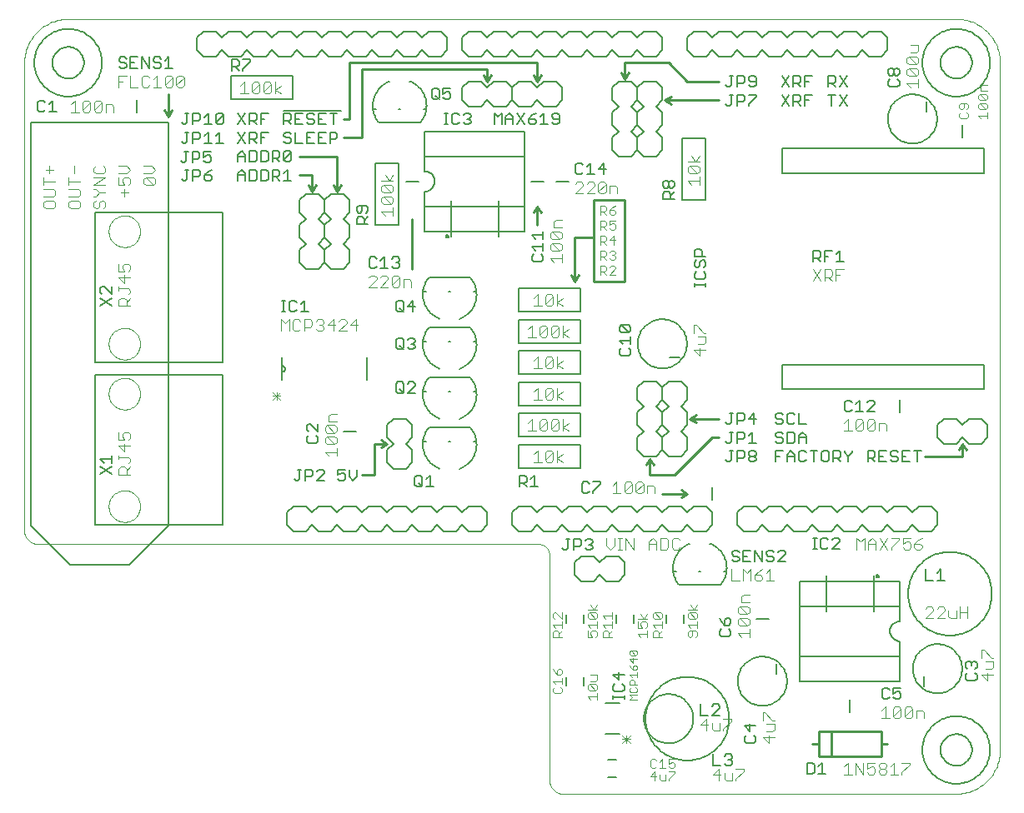
<source format=gto>
G75*
G70*
%OFA0B0*%
%FSLAX24Y24*%
%IPPOS*%
%LPD*%
%AMOC8*
5,1,8,0,0,1.08239X$1,22.5*
%
%ADD10C,0.0000*%
%ADD11C,0.0100*%
%ADD12C,0.0050*%
%ADD13C,0.0080*%
%ADD14C,0.0040*%
%ADD15C,0.0060*%
%ADD16C,0.0030*%
D10*
X001200Y010700D02*
X021200Y010700D01*
X021244Y010698D01*
X021287Y010692D01*
X021329Y010683D01*
X021371Y010670D01*
X021411Y010653D01*
X021450Y010633D01*
X021487Y010610D01*
X021521Y010583D01*
X021554Y010554D01*
X021583Y010521D01*
X021610Y010487D01*
X021633Y010450D01*
X021653Y010411D01*
X021670Y010371D01*
X021683Y010329D01*
X021692Y010287D01*
X021698Y010244D01*
X021700Y010200D01*
X021700Y001200D01*
X021702Y001156D01*
X021708Y001113D01*
X021717Y001071D01*
X021730Y001029D01*
X021747Y000989D01*
X021767Y000950D01*
X021790Y000913D01*
X021817Y000879D01*
X021846Y000846D01*
X021879Y000817D01*
X021913Y000790D01*
X021950Y000767D01*
X021989Y000747D01*
X022029Y000730D01*
X022071Y000717D01*
X022113Y000708D01*
X022156Y000702D01*
X022200Y000700D01*
X037950Y000700D01*
X038033Y000702D01*
X038116Y000708D01*
X038199Y000718D01*
X038281Y000732D01*
X038363Y000749D01*
X038443Y000771D01*
X038522Y000796D01*
X038600Y000825D01*
X038677Y000858D01*
X038752Y000895D01*
X038825Y000934D01*
X038896Y000978D01*
X038965Y001024D01*
X039032Y001074D01*
X039096Y001127D01*
X039158Y001183D01*
X039217Y001242D01*
X039273Y001304D01*
X039326Y001368D01*
X039376Y001435D01*
X039422Y001504D01*
X039466Y001575D01*
X039505Y001648D01*
X039542Y001723D01*
X039575Y001800D01*
X039604Y001878D01*
X039629Y001957D01*
X039651Y002037D01*
X039668Y002119D01*
X039682Y002201D01*
X039692Y002284D01*
X039698Y002367D01*
X039700Y002450D01*
X039700Y029950D01*
X039698Y030033D01*
X039692Y030116D01*
X039682Y030199D01*
X039668Y030281D01*
X039651Y030363D01*
X039629Y030443D01*
X039604Y030522D01*
X039575Y030600D01*
X039542Y030677D01*
X039505Y030752D01*
X039466Y030825D01*
X039422Y030896D01*
X039376Y030965D01*
X039326Y031032D01*
X039273Y031096D01*
X039217Y031158D01*
X039158Y031217D01*
X039096Y031273D01*
X039032Y031326D01*
X038965Y031376D01*
X038896Y031422D01*
X038825Y031466D01*
X038752Y031505D01*
X038677Y031542D01*
X038600Y031575D01*
X038522Y031604D01*
X038443Y031629D01*
X038363Y031651D01*
X038281Y031668D01*
X038199Y031682D01*
X038116Y031692D01*
X038033Y031698D01*
X037950Y031700D01*
X002450Y031700D01*
X002367Y031698D01*
X002284Y031692D01*
X002201Y031682D01*
X002119Y031668D01*
X002037Y031651D01*
X001957Y031629D01*
X001878Y031604D01*
X001800Y031575D01*
X001723Y031542D01*
X001648Y031505D01*
X001575Y031466D01*
X001504Y031422D01*
X001435Y031376D01*
X001368Y031326D01*
X001304Y031273D01*
X001242Y031217D01*
X001183Y031158D01*
X001127Y031096D01*
X001074Y031032D01*
X001024Y030965D01*
X000978Y030896D01*
X000934Y030825D01*
X000895Y030752D01*
X000858Y030677D01*
X000825Y030600D01*
X000796Y030522D01*
X000771Y030443D01*
X000749Y030363D01*
X000732Y030281D01*
X000718Y030199D01*
X000708Y030116D01*
X000702Y030033D01*
X000700Y029950D01*
X000700Y011200D01*
X000702Y011156D01*
X000708Y011113D01*
X000717Y011071D01*
X000730Y011029D01*
X000747Y010989D01*
X000767Y010950D01*
X000790Y010913D01*
X000817Y010879D01*
X000846Y010846D01*
X000879Y010817D01*
X000913Y010790D01*
X000950Y010767D01*
X000989Y010747D01*
X001029Y010730D01*
X001071Y010717D01*
X001113Y010708D01*
X001156Y010702D01*
X001200Y010700D01*
X004070Y012200D02*
X004072Y012250D01*
X004078Y012300D01*
X004088Y012349D01*
X004102Y012397D01*
X004119Y012444D01*
X004140Y012489D01*
X004165Y012533D01*
X004193Y012574D01*
X004225Y012613D01*
X004259Y012650D01*
X004296Y012684D01*
X004336Y012714D01*
X004378Y012741D01*
X004422Y012765D01*
X004468Y012786D01*
X004515Y012802D01*
X004563Y012815D01*
X004613Y012824D01*
X004662Y012829D01*
X004713Y012830D01*
X004763Y012827D01*
X004812Y012820D01*
X004861Y012809D01*
X004909Y012794D01*
X004955Y012776D01*
X005000Y012754D01*
X005043Y012728D01*
X005084Y012699D01*
X005123Y012667D01*
X005159Y012632D01*
X005191Y012594D01*
X005221Y012554D01*
X005248Y012511D01*
X005271Y012467D01*
X005290Y012421D01*
X005306Y012373D01*
X005318Y012324D01*
X005326Y012275D01*
X005330Y012225D01*
X005330Y012175D01*
X005326Y012125D01*
X005318Y012076D01*
X005306Y012027D01*
X005290Y011979D01*
X005271Y011933D01*
X005248Y011889D01*
X005221Y011846D01*
X005191Y011806D01*
X005159Y011768D01*
X005123Y011733D01*
X005084Y011701D01*
X005043Y011672D01*
X005000Y011646D01*
X004955Y011624D01*
X004909Y011606D01*
X004861Y011591D01*
X004812Y011580D01*
X004763Y011573D01*
X004713Y011570D01*
X004662Y011571D01*
X004613Y011576D01*
X004563Y011585D01*
X004515Y011598D01*
X004468Y011614D01*
X004422Y011635D01*
X004378Y011659D01*
X004336Y011686D01*
X004296Y011716D01*
X004259Y011750D01*
X004225Y011787D01*
X004193Y011826D01*
X004165Y011867D01*
X004140Y011911D01*
X004119Y011956D01*
X004102Y012003D01*
X004088Y012051D01*
X004078Y012100D01*
X004072Y012150D01*
X004070Y012200D01*
X004070Y016700D02*
X004072Y016750D01*
X004078Y016800D01*
X004088Y016849D01*
X004102Y016897D01*
X004119Y016944D01*
X004140Y016989D01*
X004165Y017033D01*
X004193Y017074D01*
X004225Y017113D01*
X004259Y017150D01*
X004296Y017184D01*
X004336Y017214D01*
X004378Y017241D01*
X004422Y017265D01*
X004468Y017286D01*
X004515Y017302D01*
X004563Y017315D01*
X004613Y017324D01*
X004662Y017329D01*
X004713Y017330D01*
X004763Y017327D01*
X004812Y017320D01*
X004861Y017309D01*
X004909Y017294D01*
X004955Y017276D01*
X005000Y017254D01*
X005043Y017228D01*
X005084Y017199D01*
X005123Y017167D01*
X005159Y017132D01*
X005191Y017094D01*
X005221Y017054D01*
X005248Y017011D01*
X005271Y016967D01*
X005290Y016921D01*
X005306Y016873D01*
X005318Y016824D01*
X005326Y016775D01*
X005330Y016725D01*
X005330Y016675D01*
X005326Y016625D01*
X005318Y016576D01*
X005306Y016527D01*
X005290Y016479D01*
X005271Y016433D01*
X005248Y016389D01*
X005221Y016346D01*
X005191Y016306D01*
X005159Y016268D01*
X005123Y016233D01*
X005084Y016201D01*
X005043Y016172D01*
X005000Y016146D01*
X004955Y016124D01*
X004909Y016106D01*
X004861Y016091D01*
X004812Y016080D01*
X004763Y016073D01*
X004713Y016070D01*
X004662Y016071D01*
X004613Y016076D01*
X004563Y016085D01*
X004515Y016098D01*
X004468Y016114D01*
X004422Y016135D01*
X004378Y016159D01*
X004336Y016186D01*
X004296Y016216D01*
X004259Y016250D01*
X004225Y016287D01*
X004193Y016326D01*
X004165Y016367D01*
X004140Y016411D01*
X004119Y016456D01*
X004102Y016503D01*
X004088Y016551D01*
X004078Y016600D01*
X004072Y016650D01*
X004070Y016700D01*
X004070Y018700D02*
X004072Y018750D01*
X004078Y018800D01*
X004088Y018849D01*
X004102Y018897D01*
X004119Y018944D01*
X004140Y018989D01*
X004165Y019033D01*
X004193Y019074D01*
X004225Y019113D01*
X004259Y019150D01*
X004296Y019184D01*
X004336Y019214D01*
X004378Y019241D01*
X004422Y019265D01*
X004468Y019286D01*
X004515Y019302D01*
X004563Y019315D01*
X004613Y019324D01*
X004662Y019329D01*
X004713Y019330D01*
X004763Y019327D01*
X004812Y019320D01*
X004861Y019309D01*
X004909Y019294D01*
X004955Y019276D01*
X005000Y019254D01*
X005043Y019228D01*
X005084Y019199D01*
X005123Y019167D01*
X005159Y019132D01*
X005191Y019094D01*
X005221Y019054D01*
X005248Y019011D01*
X005271Y018967D01*
X005290Y018921D01*
X005306Y018873D01*
X005318Y018824D01*
X005326Y018775D01*
X005330Y018725D01*
X005330Y018675D01*
X005326Y018625D01*
X005318Y018576D01*
X005306Y018527D01*
X005290Y018479D01*
X005271Y018433D01*
X005248Y018389D01*
X005221Y018346D01*
X005191Y018306D01*
X005159Y018268D01*
X005123Y018233D01*
X005084Y018201D01*
X005043Y018172D01*
X005000Y018146D01*
X004955Y018124D01*
X004909Y018106D01*
X004861Y018091D01*
X004812Y018080D01*
X004763Y018073D01*
X004713Y018070D01*
X004662Y018071D01*
X004613Y018076D01*
X004563Y018085D01*
X004515Y018098D01*
X004468Y018114D01*
X004422Y018135D01*
X004378Y018159D01*
X004336Y018186D01*
X004296Y018216D01*
X004259Y018250D01*
X004225Y018287D01*
X004193Y018326D01*
X004165Y018367D01*
X004140Y018411D01*
X004119Y018456D01*
X004102Y018503D01*
X004088Y018551D01*
X004078Y018600D01*
X004072Y018650D01*
X004070Y018700D01*
X004070Y023200D02*
X004072Y023250D01*
X004078Y023300D01*
X004088Y023349D01*
X004102Y023397D01*
X004119Y023444D01*
X004140Y023489D01*
X004165Y023533D01*
X004193Y023574D01*
X004225Y023613D01*
X004259Y023650D01*
X004296Y023684D01*
X004336Y023714D01*
X004378Y023741D01*
X004422Y023765D01*
X004468Y023786D01*
X004515Y023802D01*
X004563Y023815D01*
X004613Y023824D01*
X004662Y023829D01*
X004713Y023830D01*
X004763Y023827D01*
X004812Y023820D01*
X004861Y023809D01*
X004909Y023794D01*
X004955Y023776D01*
X005000Y023754D01*
X005043Y023728D01*
X005084Y023699D01*
X005123Y023667D01*
X005159Y023632D01*
X005191Y023594D01*
X005221Y023554D01*
X005248Y023511D01*
X005271Y023467D01*
X005290Y023421D01*
X005306Y023373D01*
X005318Y023324D01*
X005326Y023275D01*
X005330Y023225D01*
X005330Y023175D01*
X005326Y023125D01*
X005318Y023076D01*
X005306Y023027D01*
X005290Y022979D01*
X005271Y022933D01*
X005248Y022889D01*
X005221Y022846D01*
X005191Y022806D01*
X005159Y022768D01*
X005123Y022733D01*
X005084Y022701D01*
X005043Y022672D01*
X005000Y022646D01*
X004955Y022624D01*
X004909Y022606D01*
X004861Y022591D01*
X004812Y022580D01*
X004763Y022573D01*
X004713Y022570D01*
X004662Y022571D01*
X004613Y022576D01*
X004563Y022585D01*
X004515Y022598D01*
X004468Y022614D01*
X004422Y022635D01*
X004378Y022659D01*
X004336Y022686D01*
X004296Y022716D01*
X004259Y022750D01*
X004225Y022787D01*
X004193Y022826D01*
X004165Y022867D01*
X004140Y022911D01*
X004119Y022956D01*
X004102Y023003D01*
X004088Y023051D01*
X004078Y023100D01*
X004072Y023150D01*
X004070Y023200D01*
D11*
X006450Y027800D02*
X006600Y028050D01*
X006450Y027800D02*
X006300Y028050D01*
X006450Y027800D02*
X006450Y028700D01*
X011700Y026200D02*
X013200Y026200D01*
X013200Y024800D01*
X013350Y025050D01*
X013200Y024800D02*
X013050Y025050D01*
X012350Y025050D02*
X012200Y024800D01*
X012050Y025050D01*
X012200Y024800D02*
X012200Y025450D01*
X011700Y025450D01*
X013450Y026950D02*
X014200Y026950D01*
X014200Y029700D01*
X019200Y029700D01*
X019200Y029200D01*
X019350Y029450D01*
X019200Y029200D02*
X019050Y029450D01*
X021050Y029450D02*
X021200Y029200D01*
X021350Y029450D01*
X021200Y029200D02*
X021200Y029950D01*
X013700Y029950D01*
X013700Y027700D01*
X013450Y027700D01*
X016200Y023700D02*
X016200Y021700D01*
X021200Y023450D02*
X021200Y024200D01*
X021050Y023950D01*
X021200Y024200D02*
X021350Y023950D01*
X022700Y022950D02*
X022700Y021200D01*
X022850Y021450D01*
X022700Y021200D02*
X022550Y021450D01*
X023450Y021200D02*
X023450Y022950D01*
X022700Y022950D01*
X023450Y022950D02*
X023450Y024450D01*
X024700Y024450D01*
X024700Y021200D01*
X023450Y021200D01*
X027300Y015700D02*
X027550Y015550D01*
X027300Y015700D02*
X027550Y015850D01*
X027300Y015700D02*
X028450Y015700D01*
X028450Y014950D02*
X028200Y014950D01*
X026700Y013450D01*
X025700Y013450D01*
X025700Y014100D01*
X025550Y013850D01*
X025700Y014100D02*
X025850Y013850D01*
X026200Y012700D02*
X027200Y012700D01*
X026950Y012850D01*
X027200Y012700D02*
X026950Y012550D01*
X036700Y014200D02*
X038200Y014200D01*
X038200Y014700D01*
X038050Y014450D01*
X038200Y014700D02*
X038350Y014450D01*
X034950Y003200D02*
X032950Y003200D01*
X032950Y002200D01*
X034950Y002200D01*
X034950Y002700D01*
X035200Y002700D01*
X034950Y002700D02*
X034950Y003200D01*
X032950Y003200D02*
X032450Y003200D01*
X032450Y002700D01*
X032200Y002700D01*
X032450Y002700D02*
X032450Y002200D01*
X032950Y002200D01*
X015200Y014700D02*
X014950Y014850D01*
X014700Y014700D02*
X015200Y014700D01*
X014950Y014550D01*
X014700Y014700D02*
X014700Y013450D01*
X014200Y013450D01*
X026300Y028450D02*
X026550Y028300D01*
X026300Y028450D02*
X026560Y028600D01*
X026300Y028450D02*
X028450Y028450D01*
X028450Y029200D02*
X027200Y029200D01*
X026450Y029950D01*
X024700Y029950D01*
X024700Y029300D01*
X024850Y029550D01*
X024700Y029300D02*
X024550Y029550D01*
D12*
X004881Y009842D02*
X002519Y009842D01*
X000944Y011417D01*
X000944Y027558D01*
X006456Y027558D01*
X006456Y011417D01*
X004881Y009842D01*
X004175Y013475D02*
X003725Y013775D01*
X003875Y013935D02*
X003725Y014086D01*
X004175Y014086D01*
X004175Y014236D02*
X004175Y013935D01*
X004175Y013775D02*
X003725Y013475D01*
X011975Y014800D02*
X012050Y014725D01*
X012350Y014725D01*
X012425Y014800D01*
X012425Y014950D01*
X012350Y015025D01*
X012425Y015185D02*
X012125Y015486D01*
X012050Y015486D01*
X011975Y015411D01*
X011975Y015260D01*
X012050Y015185D01*
X012050Y015025D02*
X011975Y014950D01*
X011975Y014800D01*
X012425Y015185D02*
X012425Y015486D01*
X015554Y016800D02*
X015629Y016725D01*
X015779Y016725D01*
X015854Y016800D01*
X015854Y017100D01*
X015779Y017175D01*
X015629Y017175D01*
X015554Y017100D01*
X015554Y016800D01*
X015704Y016875D02*
X015854Y016725D01*
X016015Y016725D02*
X016315Y017025D01*
X016315Y017100D01*
X016240Y017175D01*
X016090Y017175D01*
X016015Y017100D01*
X016015Y016725D02*
X016315Y016725D01*
X016240Y018475D02*
X016090Y018475D01*
X016015Y018550D01*
X015854Y018550D02*
X015779Y018475D01*
X015629Y018475D01*
X015554Y018550D01*
X015554Y018850D01*
X015629Y018925D01*
X015779Y018925D01*
X015854Y018850D01*
X015854Y018550D01*
X015854Y018475D02*
X015704Y018625D01*
X016015Y018850D02*
X016090Y018925D01*
X016240Y018925D01*
X016315Y018850D01*
X016315Y018775D01*
X016240Y018700D01*
X016315Y018625D01*
X016315Y018550D01*
X016240Y018475D01*
X016240Y018700D02*
X016165Y018700D01*
X016240Y019975D02*
X016240Y020425D01*
X016015Y020200D01*
X016315Y020200D01*
X015854Y020050D02*
X015779Y019975D01*
X015629Y019975D01*
X015554Y020050D01*
X015554Y020350D01*
X015629Y020425D01*
X015779Y020425D01*
X015854Y020350D01*
X015854Y020050D01*
X015854Y019975D02*
X015704Y020125D01*
X015621Y021725D02*
X015471Y021725D01*
X015396Y021800D01*
X015236Y021725D02*
X014935Y021725D01*
X015086Y021725D02*
X015086Y022175D01*
X014935Y022025D01*
X014775Y022100D02*
X014700Y022175D01*
X014550Y022175D01*
X014475Y022100D01*
X014475Y021800D01*
X014550Y021725D01*
X014700Y021725D01*
X014775Y021800D01*
X015396Y022100D02*
X015471Y022175D01*
X015621Y022175D01*
X015696Y022100D01*
X015696Y022025D01*
X015621Y021950D01*
X015696Y021875D01*
X015696Y021800D01*
X015621Y021725D01*
X015621Y021950D02*
X015546Y021950D01*
X014425Y023475D02*
X013975Y023475D01*
X013975Y023700D01*
X014050Y023775D01*
X014200Y023775D01*
X014275Y023700D01*
X014275Y023475D01*
X014275Y023625D02*
X014425Y023775D01*
X014350Y023935D02*
X014425Y024010D01*
X014425Y024161D01*
X014350Y024236D01*
X014050Y024236D01*
X013975Y024161D01*
X013975Y024010D01*
X014050Y023935D01*
X014125Y023935D01*
X014200Y024010D01*
X014200Y024236D01*
X017475Y027475D02*
X017625Y027475D01*
X017550Y027475D02*
X017550Y027925D01*
X017475Y027925D02*
X017625Y027925D01*
X017782Y027850D02*
X017857Y027925D01*
X018007Y027925D01*
X018082Y027850D01*
X018242Y027850D02*
X018317Y027925D01*
X018468Y027925D01*
X018543Y027850D01*
X018543Y027775D01*
X018468Y027700D01*
X018543Y027625D01*
X018543Y027550D01*
X018468Y027475D01*
X018317Y027475D01*
X018242Y027550D01*
X018082Y027550D02*
X018007Y027475D01*
X017857Y027475D01*
X017782Y027550D01*
X017782Y027850D01*
X018392Y027700D02*
X018468Y027700D01*
X019475Y027475D02*
X019475Y027925D01*
X019625Y027775D01*
X019775Y027925D01*
X019775Y027475D01*
X019935Y027475D02*
X019935Y027775D01*
X020086Y027925D01*
X020236Y027775D01*
X020236Y027475D01*
X020396Y027475D02*
X020696Y027925D01*
X020856Y027700D02*
X021081Y027700D01*
X021156Y027625D01*
X021156Y027550D01*
X021081Y027475D01*
X020931Y027475D01*
X020856Y027550D01*
X020856Y027700D01*
X021006Y027850D01*
X021156Y027925D01*
X021317Y027775D02*
X021467Y027925D01*
X021467Y027475D01*
X021317Y027475D02*
X021617Y027475D01*
X021777Y027550D02*
X021852Y027475D01*
X022002Y027475D01*
X022077Y027550D01*
X022077Y027850D01*
X022002Y027925D01*
X021852Y027925D01*
X021777Y027850D01*
X021777Y027775D01*
X021852Y027700D01*
X022077Y027700D01*
X020696Y027475D02*
X020396Y027925D01*
X020236Y027700D02*
X019935Y027700D01*
X017736Y028550D02*
X017661Y028475D01*
X017510Y028475D01*
X017435Y028550D01*
X017435Y028700D02*
X017586Y028775D01*
X017661Y028775D01*
X017736Y028700D01*
X017736Y028550D01*
X017435Y028700D02*
X017435Y028925D01*
X017736Y028925D01*
X017275Y028850D02*
X017275Y028550D01*
X017200Y028475D01*
X017050Y028475D01*
X016975Y028550D01*
X016975Y028850D01*
X017050Y028925D01*
X017200Y028925D01*
X017275Y028850D01*
X017125Y028625D02*
X017275Y028475D01*
X022725Y025850D02*
X022725Y025550D01*
X022800Y025475D01*
X022950Y025475D01*
X023025Y025550D01*
X023185Y025475D02*
X023486Y025475D01*
X023336Y025475D02*
X023336Y025925D01*
X023185Y025775D01*
X023025Y025850D02*
X022950Y025925D01*
X022800Y025925D01*
X022725Y025850D01*
X023646Y025700D02*
X023946Y025700D01*
X023871Y025475D02*
X023871Y025925D01*
X023646Y025700D01*
X026225Y025161D02*
X026300Y025236D01*
X026375Y025236D01*
X026450Y025161D01*
X026450Y025010D01*
X026375Y024935D01*
X026300Y024935D01*
X026225Y025010D01*
X026225Y025161D01*
X026450Y025161D02*
X026525Y025236D01*
X026600Y025236D01*
X026675Y025161D01*
X026675Y025010D01*
X026600Y024935D01*
X026525Y024935D01*
X026450Y025010D01*
X026450Y024775D02*
X026525Y024700D01*
X026525Y024475D01*
X026675Y024475D02*
X026225Y024475D01*
X026225Y024700D01*
X026300Y024775D01*
X026450Y024775D01*
X026525Y024625D02*
X026675Y024775D01*
X027550Y022503D02*
X027475Y022428D01*
X027475Y022203D01*
X027925Y022203D01*
X027775Y022203D02*
X027775Y022428D01*
X027700Y022503D01*
X027550Y022503D01*
X027550Y022043D02*
X027475Y021968D01*
X027475Y021817D01*
X027550Y021742D01*
X027625Y021742D01*
X027700Y021817D01*
X027700Y021968D01*
X027775Y022043D01*
X027850Y022043D01*
X027925Y021968D01*
X027925Y021817D01*
X027850Y021742D01*
X027850Y021582D02*
X027925Y021507D01*
X027925Y021357D01*
X027850Y021282D01*
X027550Y021282D01*
X027475Y021357D01*
X027475Y021507D01*
X027550Y021582D01*
X027475Y021125D02*
X027475Y020975D01*
X027475Y021050D02*
X027925Y021050D01*
X027925Y020975D02*
X027925Y021125D01*
X024925Y019371D02*
X024925Y019221D01*
X024850Y019146D01*
X024550Y019446D01*
X024850Y019446D01*
X024925Y019371D01*
X024850Y019146D02*
X024550Y019146D01*
X024475Y019221D01*
X024475Y019371D01*
X024550Y019446D01*
X024925Y018986D02*
X024925Y018685D01*
X024925Y018836D02*
X024475Y018836D01*
X024625Y018685D01*
X024550Y018525D02*
X024475Y018450D01*
X024475Y018300D01*
X024550Y018225D01*
X024850Y018225D01*
X024925Y018300D01*
X024925Y018450D01*
X024850Y018525D01*
X021350Y021975D02*
X021050Y021975D01*
X020975Y022050D01*
X020975Y022200D01*
X021050Y022275D01*
X021125Y022435D02*
X020975Y022586D01*
X021425Y022586D01*
X021425Y022736D02*
X021425Y022435D01*
X021350Y022275D02*
X021425Y022200D01*
X021425Y022050D01*
X021350Y021975D01*
X021425Y022896D02*
X021425Y023196D01*
X021425Y023046D02*
X020975Y023046D01*
X021125Y022896D01*
X012043Y019975D02*
X011742Y019975D01*
X011892Y019975D02*
X011892Y020425D01*
X011742Y020275D01*
X011582Y020350D02*
X011507Y020425D01*
X011357Y020425D01*
X011282Y020350D01*
X011282Y020050D01*
X011357Y019975D01*
X011507Y019975D01*
X011582Y020050D01*
X011125Y019975D02*
X010975Y019975D01*
X011050Y019975D02*
X011050Y020425D01*
X010975Y020425D02*
X011125Y020425D01*
X004175Y020525D02*
X003725Y020225D01*
X003725Y020525D02*
X004175Y020225D01*
X004175Y020685D02*
X003875Y020986D01*
X003800Y020986D01*
X003725Y020911D01*
X003725Y020760D01*
X003800Y020685D01*
X004175Y020685D02*
X004175Y020986D01*
X001986Y027975D02*
X001685Y027975D01*
X001836Y027975D02*
X001836Y028425D01*
X001685Y028275D01*
X001525Y028350D02*
X001450Y028425D01*
X001300Y028425D01*
X001225Y028350D01*
X001225Y028050D01*
X001300Y027975D01*
X001450Y027975D01*
X001525Y028050D01*
X004475Y029800D02*
X004550Y029725D01*
X004700Y029725D01*
X004775Y029800D01*
X004775Y029875D01*
X004700Y029950D01*
X004550Y029950D01*
X004475Y030025D01*
X004475Y030100D01*
X004550Y030175D01*
X004700Y030175D01*
X004775Y030100D01*
X004935Y030175D02*
X004935Y029725D01*
X005236Y029725D01*
X005396Y029725D02*
X005396Y030175D01*
X005696Y029725D01*
X005696Y030175D01*
X005856Y030100D02*
X005856Y030025D01*
X005931Y029950D01*
X006081Y029950D01*
X006156Y029875D01*
X006156Y029800D01*
X006081Y029725D01*
X005931Y029725D01*
X005856Y029800D01*
X005856Y030100D02*
X005931Y030175D01*
X006081Y030175D01*
X006156Y030100D01*
X006317Y030025D02*
X006467Y030175D01*
X006467Y029725D01*
X006317Y029725D02*
X006617Y029725D01*
X005236Y030175D02*
X004935Y030175D01*
X004935Y029950D02*
X005086Y029950D01*
X008975Y030075D02*
X008975Y029625D01*
X008975Y029775D02*
X009200Y029775D01*
X009275Y029850D01*
X009275Y030000D01*
X009200Y030075D01*
X008975Y030075D01*
X009125Y029775D02*
X009275Y029625D01*
X009435Y029625D02*
X009435Y029700D01*
X009736Y030000D01*
X009736Y030075D01*
X009435Y030075D01*
X016379Y013425D02*
X016529Y013425D01*
X016604Y013350D01*
X016604Y013050D01*
X016529Y012975D01*
X016379Y012975D01*
X016304Y013050D01*
X016304Y013350D01*
X016379Y013425D01*
X016454Y013125D02*
X016604Y012975D01*
X016765Y012975D02*
X017065Y012975D01*
X016915Y012975D02*
X016915Y013425D01*
X016765Y013275D01*
X020475Y013125D02*
X020700Y013125D01*
X020775Y013200D01*
X020775Y013350D01*
X020700Y013425D01*
X020475Y013425D01*
X020475Y012975D01*
X020625Y013125D02*
X020775Y012975D01*
X020935Y012975D02*
X021236Y012975D01*
X021086Y012975D02*
X021086Y013425D01*
X020935Y013275D01*
X022975Y013100D02*
X022975Y012800D01*
X023050Y012725D01*
X023200Y012725D01*
X023275Y012800D01*
X023435Y012800D02*
X023736Y013100D01*
X023736Y013175D01*
X023435Y013175D01*
X023275Y013100D02*
X023200Y013175D01*
X023050Y013175D01*
X022975Y013100D01*
X023435Y012800D02*
X023435Y012725D01*
X023341Y010895D02*
X023416Y010820D01*
X023416Y010745D01*
X023341Y010670D01*
X023416Y010595D01*
X023416Y010520D01*
X023341Y010445D01*
X023191Y010445D01*
X023116Y010520D01*
X023266Y010670D02*
X023341Y010670D01*
X023341Y010895D02*
X023191Y010895D01*
X023116Y010820D01*
X022956Y010820D02*
X022956Y010670D01*
X022881Y010595D01*
X022655Y010595D01*
X022655Y010445D02*
X022655Y010895D01*
X022881Y010895D01*
X022956Y010820D01*
X022495Y010895D02*
X022345Y010895D01*
X022420Y010895D02*
X022420Y010520D01*
X022345Y010445D01*
X022270Y010445D01*
X022195Y010520D01*
X024450Y005543D02*
X024450Y005242D01*
X024225Y005468D01*
X024675Y005468D01*
X024600Y005082D02*
X024675Y005007D01*
X024675Y004857D01*
X024600Y004782D01*
X024300Y004782D01*
X024225Y004857D01*
X024225Y005007D01*
X024300Y005082D01*
X024225Y004625D02*
X024225Y004475D01*
X024225Y004550D02*
X024675Y004550D01*
X024675Y004475D02*
X024675Y004625D01*
X025466Y003700D02*
X025468Y003762D01*
X025474Y003825D01*
X025484Y003886D01*
X025498Y003947D01*
X025515Y004007D01*
X025536Y004066D01*
X025562Y004123D01*
X025590Y004178D01*
X025622Y004232D01*
X025658Y004283D01*
X025696Y004333D01*
X025738Y004379D01*
X025782Y004423D01*
X025830Y004464D01*
X025879Y004502D01*
X025931Y004536D01*
X025985Y004567D01*
X026041Y004595D01*
X026099Y004619D01*
X026158Y004640D01*
X026218Y004656D01*
X026279Y004669D01*
X026341Y004678D01*
X026403Y004683D01*
X026466Y004684D01*
X026528Y004681D01*
X026590Y004674D01*
X026652Y004663D01*
X026712Y004648D01*
X026772Y004630D01*
X026830Y004608D01*
X026887Y004582D01*
X026942Y004552D01*
X026995Y004519D01*
X027046Y004483D01*
X027094Y004444D01*
X027140Y004401D01*
X027183Y004356D01*
X027223Y004308D01*
X027260Y004258D01*
X027294Y004205D01*
X027325Y004151D01*
X027351Y004095D01*
X027375Y004037D01*
X027394Y003977D01*
X027410Y003917D01*
X027422Y003855D01*
X027430Y003794D01*
X027434Y003731D01*
X027434Y003669D01*
X027430Y003606D01*
X027422Y003545D01*
X027410Y003483D01*
X027394Y003423D01*
X027375Y003363D01*
X027351Y003305D01*
X027325Y003249D01*
X027294Y003195D01*
X027260Y003142D01*
X027223Y003092D01*
X027183Y003044D01*
X027140Y002999D01*
X027094Y002956D01*
X027046Y002917D01*
X026995Y002881D01*
X026942Y002848D01*
X026887Y002818D01*
X026830Y002792D01*
X026772Y002770D01*
X026712Y002752D01*
X026652Y002737D01*
X026590Y002726D01*
X026528Y002719D01*
X026466Y002716D01*
X026403Y002717D01*
X026341Y002722D01*
X026279Y002731D01*
X026218Y002744D01*
X026158Y002760D01*
X026099Y002781D01*
X026041Y002805D01*
X025985Y002833D01*
X025931Y002864D01*
X025879Y002898D01*
X025830Y002936D01*
X025782Y002977D01*
X025738Y003021D01*
X025696Y003067D01*
X025658Y003117D01*
X025622Y003168D01*
X025590Y003222D01*
X025562Y003277D01*
X025536Y003334D01*
X025515Y003393D01*
X025498Y003453D01*
X025484Y003514D01*
X025474Y003575D01*
X025468Y003638D01*
X025466Y003700D01*
X025527Y003700D02*
X025529Y003782D01*
X025535Y003864D01*
X025545Y003945D01*
X025559Y004026D01*
X025577Y004107D01*
X025599Y004186D01*
X025625Y004264D01*
X025654Y004340D01*
X025688Y004415D01*
X025725Y004489D01*
X025765Y004560D01*
X025809Y004629D01*
X025856Y004697D01*
X025907Y004761D01*
X025960Y004824D01*
X026017Y004883D01*
X026076Y004940D01*
X026139Y004993D01*
X026203Y005044D01*
X026271Y005091D01*
X026340Y005135D01*
X026411Y005175D01*
X026485Y005212D01*
X026560Y005246D01*
X026636Y005275D01*
X026714Y005301D01*
X026793Y005323D01*
X026874Y005341D01*
X026955Y005355D01*
X027036Y005365D01*
X027118Y005371D01*
X027200Y005373D01*
X027282Y005371D01*
X027364Y005365D01*
X027445Y005355D01*
X027526Y005341D01*
X027607Y005323D01*
X027686Y005301D01*
X027764Y005275D01*
X027840Y005246D01*
X027915Y005212D01*
X027989Y005175D01*
X028060Y005135D01*
X028129Y005091D01*
X028197Y005044D01*
X028261Y004993D01*
X028324Y004940D01*
X028383Y004883D01*
X028440Y004824D01*
X028493Y004761D01*
X028544Y004697D01*
X028591Y004629D01*
X028635Y004560D01*
X028675Y004489D01*
X028712Y004415D01*
X028746Y004340D01*
X028775Y004264D01*
X028801Y004186D01*
X028823Y004107D01*
X028841Y004026D01*
X028855Y003945D01*
X028865Y003864D01*
X028871Y003782D01*
X028873Y003700D01*
X028871Y003618D01*
X028865Y003536D01*
X028855Y003455D01*
X028841Y003374D01*
X028823Y003293D01*
X028801Y003214D01*
X028775Y003136D01*
X028746Y003060D01*
X028712Y002985D01*
X028675Y002911D01*
X028635Y002840D01*
X028591Y002771D01*
X028544Y002703D01*
X028493Y002639D01*
X028440Y002576D01*
X028383Y002517D01*
X028324Y002460D01*
X028261Y002407D01*
X028197Y002356D01*
X028129Y002309D01*
X028060Y002265D01*
X027989Y002225D01*
X027915Y002188D01*
X027840Y002154D01*
X027764Y002125D01*
X027686Y002099D01*
X027607Y002077D01*
X027526Y002059D01*
X027445Y002045D01*
X027364Y002035D01*
X027282Y002029D01*
X027200Y002027D01*
X027118Y002029D01*
X027036Y002035D01*
X026955Y002045D01*
X026874Y002059D01*
X026793Y002077D01*
X026714Y002099D01*
X026636Y002125D01*
X026560Y002154D01*
X026485Y002188D01*
X026411Y002225D01*
X026340Y002265D01*
X026271Y002309D01*
X026203Y002356D01*
X026139Y002407D01*
X026076Y002460D01*
X026017Y002517D01*
X025960Y002576D01*
X025907Y002639D01*
X025856Y002703D01*
X025809Y002771D01*
X025765Y002840D01*
X025725Y002911D01*
X025688Y002985D01*
X025654Y003060D01*
X025625Y003136D01*
X025599Y003214D01*
X025577Y003293D01*
X025559Y003374D01*
X025545Y003455D01*
X025535Y003536D01*
X025529Y003618D01*
X025527Y003700D01*
X027725Y003825D02*
X028025Y003825D01*
X028185Y003825D02*
X028486Y004125D01*
X028486Y004200D01*
X028411Y004275D01*
X028260Y004275D01*
X028185Y004200D01*
X028185Y003825D02*
X028486Y003825D01*
X027725Y003825D02*
X027725Y004275D01*
X029475Y003411D02*
X029700Y003185D01*
X029700Y003486D01*
X029925Y003411D02*
X029475Y003411D01*
X029550Y003025D02*
X029475Y002950D01*
X029475Y002800D01*
X029550Y002725D01*
X029850Y002725D01*
X029925Y002800D01*
X029925Y002950D01*
X029850Y003025D01*
X028986Y002200D02*
X028911Y002275D01*
X028760Y002275D01*
X028685Y002200D01*
X028836Y002050D02*
X028911Y002050D01*
X028986Y001975D01*
X028986Y001900D01*
X028911Y001825D01*
X028760Y001825D01*
X028685Y001900D01*
X028525Y001825D02*
X028225Y001825D01*
X028225Y002275D01*
X028911Y002050D02*
X028986Y002125D01*
X028986Y002200D01*
X031975Y001925D02*
X031975Y001475D01*
X032200Y001475D01*
X032275Y001550D01*
X032275Y001850D01*
X032200Y001925D01*
X031975Y001925D01*
X032435Y001775D02*
X032586Y001925D01*
X032586Y001475D01*
X032736Y001475D02*
X032435Y001475D01*
X035050Y004475D02*
X035200Y004475D01*
X035275Y004550D01*
X035435Y004550D02*
X035510Y004475D01*
X035661Y004475D01*
X035736Y004550D01*
X035736Y004700D01*
X035661Y004775D01*
X035586Y004775D01*
X035435Y004700D01*
X035435Y004925D01*
X035736Y004925D01*
X035275Y004850D02*
X035200Y004925D01*
X035050Y004925D01*
X034975Y004850D01*
X034975Y004550D01*
X035050Y004475D01*
X038325Y005300D02*
X038400Y005225D01*
X038700Y005225D01*
X038775Y005300D01*
X038775Y005450D01*
X038700Y005525D01*
X038700Y005685D02*
X038775Y005760D01*
X038775Y005911D01*
X038700Y005986D01*
X038625Y005986D01*
X038550Y005911D01*
X038550Y005836D01*
X038550Y005911D02*
X038475Y005986D01*
X038400Y005986D01*
X038325Y005911D01*
X038325Y005760D01*
X038400Y005685D01*
X038400Y005525D02*
X038325Y005450D01*
X038325Y005300D01*
X036027Y008700D02*
X036029Y008782D01*
X036035Y008864D01*
X036045Y008945D01*
X036059Y009026D01*
X036077Y009107D01*
X036099Y009186D01*
X036125Y009264D01*
X036154Y009340D01*
X036188Y009415D01*
X036225Y009489D01*
X036265Y009560D01*
X036309Y009629D01*
X036356Y009697D01*
X036407Y009761D01*
X036460Y009824D01*
X036517Y009883D01*
X036576Y009940D01*
X036639Y009993D01*
X036703Y010044D01*
X036771Y010091D01*
X036840Y010135D01*
X036911Y010175D01*
X036985Y010212D01*
X037060Y010246D01*
X037136Y010275D01*
X037214Y010301D01*
X037293Y010323D01*
X037374Y010341D01*
X037455Y010355D01*
X037536Y010365D01*
X037618Y010371D01*
X037700Y010373D01*
X037782Y010371D01*
X037864Y010365D01*
X037945Y010355D01*
X038026Y010341D01*
X038107Y010323D01*
X038186Y010301D01*
X038264Y010275D01*
X038340Y010246D01*
X038415Y010212D01*
X038489Y010175D01*
X038560Y010135D01*
X038629Y010091D01*
X038697Y010044D01*
X038761Y009993D01*
X038824Y009940D01*
X038883Y009883D01*
X038940Y009824D01*
X038993Y009761D01*
X039044Y009697D01*
X039091Y009629D01*
X039135Y009560D01*
X039175Y009489D01*
X039212Y009415D01*
X039246Y009340D01*
X039275Y009264D01*
X039301Y009186D01*
X039323Y009107D01*
X039341Y009026D01*
X039355Y008945D01*
X039365Y008864D01*
X039371Y008782D01*
X039373Y008700D01*
X039371Y008618D01*
X039365Y008536D01*
X039355Y008455D01*
X039341Y008374D01*
X039323Y008293D01*
X039301Y008214D01*
X039275Y008136D01*
X039246Y008060D01*
X039212Y007985D01*
X039175Y007911D01*
X039135Y007840D01*
X039091Y007771D01*
X039044Y007703D01*
X038993Y007639D01*
X038940Y007576D01*
X038883Y007517D01*
X038824Y007460D01*
X038761Y007407D01*
X038697Y007356D01*
X038629Y007309D01*
X038560Y007265D01*
X038489Y007225D01*
X038415Y007188D01*
X038340Y007154D01*
X038264Y007125D01*
X038186Y007099D01*
X038107Y007077D01*
X038026Y007059D01*
X037945Y007045D01*
X037864Y007035D01*
X037782Y007029D01*
X037700Y007027D01*
X037618Y007029D01*
X037536Y007035D01*
X037455Y007045D01*
X037374Y007059D01*
X037293Y007077D01*
X037214Y007099D01*
X037136Y007125D01*
X037060Y007154D01*
X036985Y007188D01*
X036911Y007225D01*
X036840Y007265D01*
X036771Y007309D01*
X036703Y007356D01*
X036639Y007407D01*
X036576Y007460D01*
X036517Y007517D01*
X036460Y007576D01*
X036407Y007639D01*
X036356Y007703D01*
X036309Y007771D01*
X036265Y007840D01*
X036225Y007911D01*
X036188Y007985D01*
X036154Y008060D01*
X036125Y008136D01*
X036099Y008214D01*
X036077Y008293D01*
X036059Y008374D01*
X036045Y008455D01*
X036035Y008536D01*
X036029Y008618D01*
X036027Y008700D01*
X036725Y009225D02*
X037025Y009225D01*
X037185Y009225D02*
X037486Y009225D01*
X037336Y009225D02*
X037336Y009675D01*
X037185Y009525D01*
X036725Y009675D02*
X036725Y009225D01*
X033293Y010475D02*
X032992Y010475D01*
X033293Y010775D01*
X033293Y010850D01*
X033218Y010925D01*
X033067Y010925D01*
X032992Y010850D01*
X032832Y010850D02*
X032757Y010925D01*
X032607Y010925D01*
X032532Y010850D01*
X032532Y010550D01*
X032607Y010475D01*
X032757Y010475D01*
X032832Y010550D01*
X032375Y010475D02*
X032225Y010475D01*
X032300Y010475D02*
X032300Y010925D01*
X032225Y010925D02*
X032375Y010925D01*
X031117Y010350D02*
X031042Y010425D01*
X030892Y010425D01*
X030817Y010350D01*
X030656Y010350D02*
X030581Y010425D01*
X030431Y010425D01*
X030356Y010350D01*
X030356Y010275D01*
X030431Y010200D01*
X030581Y010200D01*
X030656Y010125D01*
X030656Y010050D01*
X030581Y009975D01*
X030431Y009975D01*
X030356Y010050D01*
X030196Y009975D02*
X029896Y010425D01*
X029896Y009975D01*
X029736Y009975D02*
X029435Y009975D01*
X029435Y010425D01*
X029736Y010425D01*
X029586Y010200D02*
X029435Y010200D01*
X029275Y010125D02*
X029275Y010050D01*
X029200Y009975D01*
X029050Y009975D01*
X028975Y010050D01*
X029050Y010200D02*
X029200Y010200D01*
X029275Y010125D01*
X029275Y010350D02*
X029200Y010425D01*
X029050Y010425D01*
X028975Y010350D01*
X028975Y010275D01*
X029050Y010200D01*
X030196Y009975D02*
X030196Y010425D01*
X030817Y009975D02*
X031117Y010275D01*
X031117Y010350D01*
X031117Y009975D02*
X030817Y009975D01*
X028850Y007736D02*
X028775Y007736D01*
X028700Y007661D01*
X028700Y007435D01*
X028850Y007435D01*
X028925Y007510D01*
X028925Y007661D01*
X028850Y007736D01*
X028550Y007586D02*
X028700Y007435D01*
X028550Y007586D02*
X028475Y007736D01*
X028550Y007275D02*
X028475Y007200D01*
X028475Y007050D01*
X028550Y006975D01*
X028850Y006975D01*
X028925Y007050D01*
X028925Y007200D01*
X028850Y007275D01*
X033550Y015975D02*
X033700Y015975D01*
X033775Y016050D01*
X033935Y015975D02*
X034236Y015975D01*
X034086Y015975D02*
X034086Y016425D01*
X033935Y016275D01*
X033775Y016350D02*
X033700Y016425D01*
X033550Y016425D01*
X033475Y016350D01*
X033475Y016050D01*
X033550Y015975D01*
X034396Y015975D02*
X034696Y016275D01*
X034696Y016350D01*
X034621Y016425D01*
X034471Y016425D01*
X034396Y016350D01*
X034396Y015975D02*
X034696Y015975D01*
X033446Y021975D02*
X033146Y021975D01*
X033296Y021975D02*
X033296Y022425D01*
X033146Y022275D01*
X032986Y022425D02*
X032685Y022425D01*
X032685Y021975D01*
X032525Y021975D02*
X032375Y022125D01*
X032450Y022125D02*
X032225Y022125D01*
X032225Y021975D02*
X032225Y022425D01*
X032450Y022425D01*
X032525Y022350D01*
X032525Y022200D01*
X032450Y022125D01*
X032685Y022200D02*
X032836Y022200D01*
X035300Y028975D02*
X035600Y028975D01*
X035675Y029050D01*
X035675Y029200D01*
X035600Y029275D01*
X035600Y029435D02*
X035525Y029435D01*
X035450Y029510D01*
X035450Y029661D01*
X035525Y029736D01*
X035600Y029736D01*
X035675Y029661D01*
X035675Y029510D01*
X035600Y029435D01*
X035450Y029510D02*
X035375Y029435D01*
X035300Y029435D01*
X035225Y029510D01*
X035225Y029661D01*
X035300Y029736D01*
X035375Y029736D01*
X035450Y029661D01*
X035300Y029275D02*
X035225Y029200D01*
X035225Y029050D01*
X035300Y028975D01*
D13*
X034950Y030200D02*
X034450Y030200D01*
X034200Y030450D01*
X033950Y030200D01*
X033450Y030200D01*
X033200Y030450D01*
X032950Y030200D01*
X032450Y030200D01*
X032200Y030450D01*
X031950Y030200D01*
X031450Y030200D01*
X031200Y030450D01*
X030950Y030200D01*
X030450Y030200D01*
X030200Y030450D01*
X029950Y030200D01*
X029450Y030200D01*
X029200Y030450D01*
X028950Y030200D01*
X028450Y030200D01*
X028200Y030450D01*
X027950Y030200D01*
X027450Y030200D01*
X027200Y030450D01*
X027200Y030950D01*
X027450Y031200D01*
X027950Y031200D01*
X028200Y030950D01*
X028450Y031200D01*
X028950Y031200D01*
X029200Y030950D01*
X029450Y031200D01*
X029950Y031200D01*
X030200Y030950D01*
X030450Y031200D01*
X030950Y031200D01*
X031200Y030950D01*
X031450Y031200D01*
X031950Y031200D01*
X032200Y030950D01*
X032450Y031200D01*
X032950Y031200D01*
X033200Y030950D01*
X033450Y031200D01*
X033950Y031200D01*
X034200Y030950D01*
X034450Y031200D01*
X034950Y031200D01*
X035200Y030950D01*
X035200Y030450D01*
X034950Y030200D01*
X036750Y028400D02*
X036750Y028000D01*
X035216Y027700D02*
X035218Y027762D01*
X035224Y027825D01*
X035234Y027886D01*
X035248Y027947D01*
X035265Y028007D01*
X035286Y028066D01*
X035312Y028123D01*
X035340Y028178D01*
X035372Y028232D01*
X035408Y028283D01*
X035446Y028333D01*
X035488Y028379D01*
X035532Y028423D01*
X035580Y028464D01*
X035629Y028502D01*
X035681Y028536D01*
X035735Y028567D01*
X035791Y028595D01*
X035849Y028619D01*
X035908Y028640D01*
X035968Y028656D01*
X036029Y028669D01*
X036091Y028678D01*
X036153Y028683D01*
X036216Y028684D01*
X036278Y028681D01*
X036340Y028674D01*
X036402Y028663D01*
X036462Y028648D01*
X036522Y028630D01*
X036580Y028608D01*
X036637Y028582D01*
X036692Y028552D01*
X036745Y028519D01*
X036796Y028483D01*
X036844Y028444D01*
X036890Y028401D01*
X036933Y028356D01*
X036973Y028308D01*
X037010Y028258D01*
X037044Y028205D01*
X037075Y028151D01*
X037101Y028095D01*
X037125Y028037D01*
X037144Y027977D01*
X037160Y027917D01*
X037172Y027855D01*
X037180Y027794D01*
X037184Y027731D01*
X037184Y027669D01*
X037180Y027606D01*
X037172Y027545D01*
X037160Y027483D01*
X037144Y027423D01*
X037125Y027363D01*
X037101Y027305D01*
X037075Y027249D01*
X037044Y027195D01*
X037010Y027142D01*
X036973Y027092D01*
X036933Y027044D01*
X036890Y026999D01*
X036844Y026956D01*
X036796Y026917D01*
X036745Y026881D01*
X036692Y026848D01*
X036637Y026818D01*
X036580Y026792D01*
X036522Y026770D01*
X036462Y026752D01*
X036402Y026737D01*
X036340Y026726D01*
X036278Y026719D01*
X036216Y026716D01*
X036153Y026717D01*
X036091Y026722D01*
X036029Y026731D01*
X035968Y026744D01*
X035908Y026760D01*
X035849Y026781D01*
X035791Y026805D01*
X035735Y026833D01*
X035681Y026864D01*
X035629Y026898D01*
X035580Y026936D01*
X035532Y026977D01*
X035488Y027021D01*
X035446Y027067D01*
X035408Y027117D01*
X035372Y027168D01*
X035340Y027222D01*
X035312Y027277D01*
X035286Y027334D01*
X035265Y027393D01*
X035248Y027453D01*
X035234Y027514D01*
X035224Y027575D01*
X035218Y027638D01*
X035216Y027700D01*
X038200Y027450D02*
X038200Y026950D01*
X039066Y026523D02*
X030995Y026523D01*
X030995Y025539D01*
X039066Y025539D01*
X039066Y026523D01*
X037320Y029950D02*
X037322Y030000D01*
X037328Y030050D01*
X037338Y030099D01*
X037352Y030147D01*
X037369Y030194D01*
X037390Y030239D01*
X037415Y030283D01*
X037443Y030324D01*
X037475Y030363D01*
X037509Y030400D01*
X037546Y030434D01*
X037586Y030464D01*
X037628Y030491D01*
X037672Y030515D01*
X037718Y030536D01*
X037765Y030552D01*
X037813Y030565D01*
X037863Y030574D01*
X037912Y030579D01*
X037963Y030580D01*
X038013Y030577D01*
X038062Y030570D01*
X038111Y030559D01*
X038159Y030544D01*
X038205Y030526D01*
X038250Y030504D01*
X038293Y030478D01*
X038334Y030449D01*
X038373Y030417D01*
X038409Y030382D01*
X038441Y030344D01*
X038471Y030304D01*
X038498Y030261D01*
X038521Y030217D01*
X038540Y030171D01*
X038556Y030123D01*
X038568Y030074D01*
X038576Y030025D01*
X038580Y029975D01*
X038580Y029925D01*
X038576Y029875D01*
X038568Y029826D01*
X038556Y029777D01*
X038540Y029729D01*
X038521Y029683D01*
X038498Y029639D01*
X038471Y029596D01*
X038441Y029556D01*
X038409Y029518D01*
X038373Y029483D01*
X038334Y029451D01*
X038293Y029422D01*
X038250Y029396D01*
X038205Y029374D01*
X038159Y029356D01*
X038111Y029341D01*
X038062Y029330D01*
X038013Y029323D01*
X037963Y029320D01*
X037912Y029321D01*
X037863Y029326D01*
X037813Y029335D01*
X037765Y029348D01*
X037718Y029364D01*
X037672Y029385D01*
X037628Y029409D01*
X037586Y029436D01*
X037546Y029466D01*
X037509Y029500D01*
X037475Y029537D01*
X037443Y029576D01*
X037415Y029617D01*
X037390Y029661D01*
X037369Y029706D01*
X037352Y029753D01*
X037338Y029801D01*
X037328Y029850D01*
X037322Y029900D01*
X037320Y029950D01*
X027922Y026940D02*
X027922Y024460D01*
X026978Y024460D01*
X026978Y026940D01*
X027922Y026940D01*
X026200Y026950D02*
X026200Y026450D01*
X025950Y026200D01*
X025450Y026200D01*
X025200Y026450D01*
X024950Y026200D01*
X024450Y026200D01*
X024200Y026450D01*
X024200Y026950D01*
X024450Y027200D01*
X024200Y027450D01*
X024200Y027950D01*
X024450Y028200D01*
X024200Y028450D01*
X024200Y028950D01*
X024450Y029200D01*
X024950Y029200D01*
X025200Y028950D01*
X025200Y028450D01*
X024950Y028200D01*
X025200Y027950D01*
X025200Y027450D01*
X024950Y027200D01*
X025200Y026950D01*
X025200Y026450D01*
X025200Y026950D01*
X025450Y027200D01*
X025200Y027450D01*
X025200Y027950D01*
X025450Y028200D01*
X025200Y028450D01*
X025200Y028950D01*
X025450Y029200D01*
X025950Y029200D01*
X026200Y028950D01*
X026200Y028450D01*
X025950Y028200D01*
X026200Y027950D01*
X026200Y027450D01*
X025950Y027200D01*
X026200Y026950D01*
X022450Y025200D02*
X021950Y025200D01*
X021450Y025200D02*
X020950Y025200D01*
X017543Y023000D02*
X017545Y023015D01*
X017551Y023028D01*
X017560Y023040D01*
X017571Y023049D01*
X017585Y023055D01*
X017600Y023057D01*
X017615Y023055D01*
X017628Y023049D01*
X017640Y023040D01*
X017649Y023029D01*
X017655Y023015D01*
X017657Y023000D01*
X017655Y022985D01*
X017649Y022972D01*
X017640Y022960D01*
X017629Y022951D01*
X017615Y022945D01*
X017600Y022943D01*
X017585Y022945D01*
X017572Y022951D01*
X017560Y022960D01*
X017551Y022971D01*
X017545Y022985D01*
X017543Y023000D01*
X016875Y021350D02*
X018525Y021350D01*
X018650Y020800D02*
X018745Y020800D01*
X017740Y020800D02*
X017660Y020800D01*
X016876Y021350D02*
X016837Y021301D01*
X016800Y021250D01*
X016767Y021197D01*
X016737Y021143D01*
X016711Y021086D01*
X016688Y021028D01*
X016668Y020969D01*
X016652Y020908D01*
X016640Y020847D01*
X016631Y020785D01*
X016626Y020723D01*
X016625Y020660D01*
X016628Y020598D01*
X016634Y020535D01*
X016644Y020474D01*
X016658Y020413D01*
X016675Y020353D01*
X016696Y020294D01*
X016720Y020236D01*
X016748Y020180D01*
X016779Y020126D01*
X016814Y020074D01*
X016851Y020024D01*
X016891Y019976D01*
X016935Y019931D01*
X016980Y019888D01*
X017029Y019848D01*
X017079Y019812D01*
X017132Y019778D01*
X017186Y019747D01*
X017243Y019720D01*
X017300Y019697D01*
X016875Y019350D02*
X018525Y019350D01*
X018650Y018800D02*
X018745Y018800D01*
X017740Y018800D02*
X017660Y018800D01*
X016876Y019350D02*
X016837Y019301D01*
X016800Y019250D01*
X016767Y019197D01*
X016737Y019143D01*
X016711Y019086D01*
X016688Y019028D01*
X016668Y018969D01*
X016652Y018908D01*
X016640Y018847D01*
X016631Y018785D01*
X016626Y018723D01*
X016625Y018660D01*
X016628Y018598D01*
X016634Y018535D01*
X016644Y018474D01*
X016658Y018413D01*
X016675Y018353D01*
X016696Y018294D01*
X016720Y018236D01*
X016748Y018180D01*
X016779Y018126D01*
X016814Y018074D01*
X016851Y018024D01*
X016891Y017976D01*
X016935Y017931D01*
X016980Y017888D01*
X017029Y017848D01*
X017079Y017812D01*
X017132Y017778D01*
X017186Y017747D01*
X017243Y017720D01*
X017300Y017697D01*
X016875Y017350D02*
X018525Y017350D01*
X018650Y016800D02*
X018745Y016800D01*
X017740Y016800D02*
X017660Y016800D01*
X016876Y017350D02*
X016837Y017301D01*
X016800Y017250D01*
X016767Y017197D01*
X016737Y017143D01*
X016711Y017086D01*
X016688Y017028D01*
X016668Y016969D01*
X016652Y016908D01*
X016640Y016847D01*
X016631Y016785D01*
X016626Y016723D01*
X016625Y016660D01*
X016628Y016598D01*
X016634Y016535D01*
X016644Y016474D01*
X016658Y016413D01*
X016675Y016353D01*
X016696Y016294D01*
X016720Y016236D01*
X016748Y016180D01*
X016779Y016126D01*
X016814Y016074D01*
X016851Y016024D01*
X016891Y015976D01*
X016935Y015931D01*
X016980Y015888D01*
X017029Y015848D01*
X017079Y015812D01*
X017132Y015778D01*
X017186Y015747D01*
X017243Y015720D01*
X017300Y015697D01*
X016875Y015350D02*
X018525Y015350D01*
X018650Y014800D02*
X018745Y014800D01*
X017740Y014800D02*
X017660Y014800D01*
X016876Y015350D02*
X016837Y015301D01*
X016800Y015250D01*
X016767Y015197D01*
X016737Y015143D01*
X016711Y015086D01*
X016688Y015028D01*
X016668Y014969D01*
X016652Y014908D01*
X016640Y014847D01*
X016631Y014785D01*
X016626Y014723D01*
X016625Y014660D01*
X016628Y014598D01*
X016634Y014535D01*
X016644Y014474D01*
X016658Y014413D01*
X016675Y014353D01*
X016696Y014294D01*
X016720Y014236D01*
X016748Y014180D01*
X016779Y014126D01*
X016814Y014074D01*
X016851Y014024D01*
X016891Y013976D01*
X016935Y013931D01*
X016980Y013888D01*
X017029Y013848D01*
X017079Y013812D01*
X017132Y013778D01*
X017186Y013747D01*
X017243Y013720D01*
X017300Y013697D01*
X018100Y013697D02*
X018157Y013720D01*
X018214Y013747D01*
X018268Y013778D01*
X018321Y013812D01*
X018371Y013848D01*
X018420Y013888D01*
X018465Y013931D01*
X018509Y013976D01*
X018549Y014024D01*
X018586Y014074D01*
X018621Y014126D01*
X018652Y014180D01*
X018680Y014236D01*
X018704Y014294D01*
X018725Y014353D01*
X018742Y014413D01*
X018756Y014474D01*
X018766Y014535D01*
X018772Y014598D01*
X018775Y014660D01*
X018774Y014723D01*
X018769Y014785D01*
X018760Y014847D01*
X018748Y014908D01*
X018732Y014969D01*
X018712Y015028D01*
X018689Y015086D01*
X018663Y015143D01*
X018633Y015197D01*
X018600Y015250D01*
X018563Y015301D01*
X018524Y015350D01*
X018100Y015697D02*
X018157Y015720D01*
X018214Y015747D01*
X018268Y015778D01*
X018321Y015812D01*
X018371Y015848D01*
X018420Y015888D01*
X018465Y015931D01*
X018509Y015976D01*
X018549Y016024D01*
X018586Y016074D01*
X018621Y016126D01*
X018652Y016180D01*
X018680Y016236D01*
X018704Y016294D01*
X018725Y016353D01*
X018742Y016413D01*
X018756Y016474D01*
X018766Y016535D01*
X018772Y016598D01*
X018775Y016660D01*
X018774Y016723D01*
X018769Y016785D01*
X018760Y016847D01*
X018748Y016908D01*
X018732Y016969D01*
X018712Y017028D01*
X018689Y017086D01*
X018663Y017143D01*
X018633Y017197D01*
X018600Y017250D01*
X018563Y017301D01*
X018524Y017350D01*
X018100Y017697D02*
X018157Y017720D01*
X018214Y017747D01*
X018268Y017778D01*
X018321Y017812D01*
X018371Y017848D01*
X018420Y017888D01*
X018465Y017931D01*
X018509Y017976D01*
X018549Y018024D01*
X018586Y018074D01*
X018621Y018126D01*
X018652Y018180D01*
X018680Y018236D01*
X018704Y018294D01*
X018725Y018353D01*
X018742Y018413D01*
X018756Y018474D01*
X018766Y018535D01*
X018772Y018598D01*
X018775Y018660D01*
X018774Y018723D01*
X018769Y018785D01*
X018760Y018847D01*
X018748Y018908D01*
X018732Y018969D01*
X018712Y019028D01*
X018689Y019086D01*
X018663Y019143D01*
X018633Y019197D01*
X018600Y019250D01*
X018563Y019301D01*
X018524Y019350D01*
X018100Y019697D02*
X018157Y019720D01*
X018214Y019747D01*
X018268Y019778D01*
X018321Y019812D01*
X018371Y019848D01*
X018420Y019888D01*
X018465Y019931D01*
X018509Y019976D01*
X018549Y020024D01*
X018586Y020074D01*
X018621Y020126D01*
X018652Y020180D01*
X018680Y020236D01*
X018704Y020294D01*
X018725Y020353D01*
X018742Y020413D01*
X018756Y020474D01*
X018766Y020535D01*
X018772Y020598D01*
X018775Y020660D01*
X018774Y020723D01*
X018769Y020785D01*
X018760Y020847D01*
X018748Y020908D01*
X018732Y020969D01*
X018712Y021028D01*
X018689Y021086D01*
X018663Y021143D01*
X018633Y021197D01*
X018600Y021250D01*
X018563Y021301D01*
X018524Y021350D01*
X016750Y020800D02*
X016655Y020800D01*
X016655Y018800D02*
X016750Y018800D01*
X016750Y016800D02*
X016655Y016800D01*
X015950Y015700D02*
X015450Y015700D01*
X015200Y015450D01*
X015200Y014950D01*
X015450Y014700D01*
X015200Y014450D01*
X015200Y013950D01*
X015450Y013700D01*
X015950Y013700D01*
X016200Y013950D01*
X016200Y014450D01*
X015950Y014700D01*
X016200Y014950D01*
X016200Y015450D01*
X015950Y015700D01*
X016655Y014800D02*
X016750Y014800D01*
X013950Y015200D02*
X013450Y015200D01*
X013450Y012200D02*
X013200Y011950D01*
X012950Y012200D01*
X012450Y012200D01*
X012200Y011950D01*
X011950Y012200D01*
X011450Y012200D01*
X011200Y011950D01*
X011200Y011450D01*
X011450Y011200D01*
X011950Y011200D01*
X012200Y011450D01*
X012450Y011200D01*
X012950Y011200D01*
X013200Y011450D01*
X013450Y011200D01*
X013950Y011200D01*
X014200Y011450D01*
X014450Y011200D01*
X014950Y011200D01*
X015200Y011450D01*
X015450Y011200D01*
X015950Y011200D01*
X016200Y011450D01*
X016450Y011200D01*
X016950Y011200D01*
X017200Y011450D01*
X017450Y011200D01*
X017950Y011200D01*
X018200Y011450D01*
X018450Y011200D01*
X018950Y011200D01*
X019200Y011450D01*
X019200Y011950D01*
X018950Y012200D01*
X018450Y012200D01*
X018200Y011950D01*
X017950Y012200D01*
X017450Y012200D01*
X017200Y011950D01*
X016950Y012200D01*
X016450Y012200D01*
X016200Y011950D01*
X015950Y012200D01*
X015450Y012200D01*
X015200Y011950D01*
X014950Y012200D01*
X014450Y012200D01*
X014200Y011950D01*
X013950Y012200D01*
X013450Y012200D01*
X008637Y011450D02*
X003519Y011450D01*
X003519Y017450D01*
X008637Y017450D01*
X008637Y011450D01*
X008637Y017950D02*
X003519Y017950D01*
X003519Y023950D01*
X008637Y023950D01*
X008637Y017950D01*
X011950Y021700D02*
X011700Y021950D01*
X011700Y022450D01*
X011950Y022700D01*
X011700Y022950D01*
X011700Y023450D01*
X011950Y023700D01*
X011700Y023950D01*
X011700Y024450D01*
X011950Y024700D01*
X012450Y024700D01*
X012700Y024450D01*
X012700Y023950D01*
X012450Y023700D01*
X012700Y023450D01*
X012700Y022950D01*
X012450Y022700D01*
X012700Y022450D01*
X012700Y021950D01*
X012450Y021700D01*
X011950Y021700D01*
X012700Y021950D02*
X012950Y021700D01*
X013450Y021700D01*
X013700Y021950D01*
X013700Y022450D01*
X013450Y022700D01*
X013700Y022950D01*
X013700Y023450D01*
X013450Y023700D01*
X013700Y023950D01*
X013700Y024450D01*
X013450Y024700D01*
X012950Y024700D01*
X012700Y024450D01*
X012700Y023950D01*
X012950Y023700D01*
X012700Y023450D01*
X012700Y022950D01*
X012950Y022700D01*
X012700Y022450D01*
X012700Y021950D01*
X014728Y023460D02*
X014728Y025940D01*
X015672Y025940D01*
X015672Y023460D01*
X014728Y023460D01*
X015950Y025184D02*
X016450Y025184D01*
X016700Y025600D02*
X016700Y026200D01*
X016525Y027550D02*
X014875Y027550D01*
X014750Y028100D02*
X014655Y028100D01*
X015660Y028100D02*
X015740Y028100D01*
X016524Y027550D02*
X016563Y027599D01*
X016600Y027650D01*
X016633Y027703D01*
X016663Y027757D01*
X016689Y027814D01*
X016712Y027872D01*
X016732Y027931D01*
X016748Y027992D01*
X016760Y028053D01*
X016769Y028115D01*
X016774Y028177D01*
X016775Y028240D01*
X016772Y028302D01*
X016766Y028365D01*
X016756Y028426D01*
X016742Y028487D01*
X016725Y028547D01*
X016704Y028606D01*
X016680Y028664D01*
X016652Y028720D01*
X016621Y028774D01*
X016586Y028826D01*
X016549Y028876D01*
X016509Y028924D01*
X016465Y028969D01*
X016420Y029012D01*
X016371Y029052D01*
X016321Y029088D01*
X016268Y029122D01*
X016214Y029153D01*
X016157Y029180D01*
X016100Y029203D01*
X015850Y030200D02*
X015600Y030450D01*
X015350Y030200D01*
X014850Y030200D01*
X014600Y030450D01*
X014350Y030200D01*
X013850Y030200D01*
X013600Y030450D01*
X013350Y030200D01*
X012850Y030200D01*
X012600Y030450D01*
X012350Y030200D01*
X011850Y030200D01*
X011600Y030450D01*
X011350Y030200D01*
X010850Y030200D01*
X010600Y030450D01*
X010350Y030200D01*
X009850Y030200D01*
X009600Y030450D01*
X009350Y030200D01*
X008850Y030200D01*
X008600Y030450D01*
X008350Y030200D01*
X007850Y030200D01*
X007600Y030450D01*
X007600Y030950D01*
X007850Y031200D01*
X008350Y031200D01*
X008600Y030950D01*
X008850Y031200D01*
X009350Y031200D01*
X009600Y030950D01*
X009850Y031200D01*
X010350Y031200D01*
X010600Y030950D01*
X010850Y031200D01*
X011350Y031200D01*
X011600Y030950D01*
X011850Y031200D01*
X012350Y031200D01*
X012600Y030950D01*
X012850Y031200D01*
X013350Y031200D01*
X013600Y030950D01*
X013850Y031200D01*
X014350Y031200D01*
X014600Y030950D01*
X014850Y031200D01*
X015350Y031200D01*
X015600Y030950D01*
X015850Y031200D01*
X016350Y031200D01*
X016600Y030950D01*
X016850Y031200D01*
X017350Y031200D01*
X017600Y030950D01*
X017600Y030450D01*
X017350Y030200D01*
X016850Y030200D01*
X016600Y030450D01*
X016350Y030200D01*
X015850Y030200D01*
X018200Y030450D02*
X018450Y030200D01*
X018950Y030200D01*
X019200Y030450D01*
X019450Y030200D01*
X019950Y030200D01*
X020200Y030450D01*
X020450Y030200D01*
X020950Y030200D01*
X021200Y030450D01*
X021450Y030200D01*
X021950Y030200D01*
X022200Y030450D01*
X022450Y030200D01*
X022950Y030200D01*
X023200Y030450D01*
X023450Y030200D01*
X023950Y030200D01*
X024200Y030450D01*
X024450Y030200D01*
X024950Y030200D01*
X025200Y030450D01*
X025450Y030200D01*
X025950Y030200D01*
X026200Y030450D01*
X026200Y030950D01*
X025950Y031200D01*
X025450Y031200D01*
X025200Y030950D01*
X024950Y031200D01*
X024450Y031200D01*
X024200Y030950D01*
X023950Y031200D01*
X023450Y031200D01*
X023200Y030950D01*
X022950Y031200D01*
X022450Y031200D01*
X022200Y030950D01*
X021950Y031200D01*
X021450Y031200D01*
X021200Y030950D01*
X020950Y031200D01*
X020450Y031200D01*
X020200Y030950D01*
X019950Y031200D01*
X019450Y031200D01*
X019200Y030950D01*
X018950Y031200D01*
X018450Y031200D01*
X018200Y030950D01*
X018200Y030450D01*
X018450Y029200D02*
X018200Y028950D01*
X018200Y028450D01*
X018450Y028200D01*
X018950Y028200D01*
X019200Y028450D01*
X019450Y028200D01*
X019950Y028200D01*
X020200Y028450D01*
X020200Y028950D01*
X019950Y029200D01*
X019450Y029200D01*
X019200Y028950D01*
X018950Y029200D01*
X018450Y029200D01*
X020200Y028950D02*
X020200Y028450D01*
X020450Y028200D01*
X020950Y028200D01*
X021200Y028450D01*
X021450Y028200D01*
X021950Y028200D01*
X022200Y028450D01*
X022200Y028950D01*
X021950Y029200D01*
X021450Y029200D01*
X021200Y028950D01*
X020950Y029200D01*
X020450Y029200D01*
X020200Y028950D01*
X016745Y028100D02*
X016650Y028100D01*
X015300Y029203D02*
X015243Y029180D01*
X015186Y029153D01*
X015132Y029122D01*
X015079Y029088D01*
X015029Y029052D01*
X014980Y029012D01*
X014935Y028969D01*
X014891Y028924D01*
X014851Y028876D01*
X014814Y028826D01*
X014779Y028774D01*
X014748Y028720D01*
X014720Y028664D01*
X014696Y028606D01*
X014675Y028547D01*
X014658Y028487D01*
X014644Y028426D01*
X014634Y028365D01*
X014628Y028302D01*
X014625Y028240D01*
X014626Y028177D01*
X014631Y028115D01*
X014640Y028053D01*
X014652Y027992D01*
X014668Y027931D01*
X014688Y027872D01*
X014711Y027814D01*
X014737Y027757D01*
X014767Y027703D01*
X014800Y027650D01*
X014837Y027599D01*
X014876Y027550D01*
X011440Y028478D02*
X008960Y028478D01*
X008960Y029422D01*
X011440Y029422D01*
X011440Y028478D01*
X008850Y030200D02*
X008600Y030450D01*
X008600Y030950D02*
X008850Y031200D01*
X005200Y028450D02*
X005200Y027950D01*
X001820Y029950D02*
X001822Y030000D01*
X001828Y030050D01*
X001838Y030099D01*
X001852Y030147D01*
X001869Y030194D01*
X001890Y030239D01*
X001915Y030283D01*
X001943Y030324D01*
X001975Y030363D01*
X002009Y030400D01*
X002046Y030434D01*
X002086Y030464D01*
X002128Y030491D01*
X002172Y030515D01*
X002218Y030536D01*
X002265Y030552D01*
X002313Y030565D01*
X002363Y030574D01*
X002412Y030579D01*
X002463Y030580D01*
X002513Y030577D01*
X002562Y030570D01*
X002611Y030559D01*
X002659Y030544D01*
X002705Y030526D01*
X002750Y030504D01*
X002793Y030478D01*
X002834Y030449D01*
X002873Y030417D01*
X002909Y030382D01*
X002941Y030344D01*
X002971Y030304D01*
X002998Y030261D01*
X003021Y030217D01*
X003040Y030171D01*
X003056Y030123D01*
X003068Y030074D01*
X003076Y030025D01*
X003080Y029975D01*
X003080Y029925D01*
X003076Y029875D01*
X003068Y029826D01*
X003056Y029777D01*
X003040Y029729D01*
X003021Y029683D01*
X002998Y029639D01*
X002971Y029596D01*
X002941Y029556D01*
X002909Y029518D01*
X002873Y029483D01*
X002834Y029451D01*
X002793Y029422D01*
X002750Y029396D01*
X002705Y029374D01*
X002659Y029356D01*
X002611Y029341D01*
X002562Y029330D01*
X002513Y029323D01*
X002463Y029320D01*
X002412Y029321D01*
X002363Y029326D01*
X002313Y029335D01*
X002265Y029348D01*
X002218Y029364D01*
X002172Y029385D01*
X002128Y029409D01*
X002086Y029436D01*
X002046Y029466D01*
X002009Y029500D01*
X001975Y029537D01*
X001943Y029576D01*
X001915Y029617D01*
X001890Y029661D01*
X001869Y029706D01*
X001852Y029753D01*
X001838Y029801D01*
X001828Y029850D01*
X001822Y029900D01*
X001820Y029950D01*
X020460Y020922D02*
X020460Y019978D01*
X022940Y019978D01*
X022940Y020922D01*
X020460Y020922D01*
X020460Y019672D02*
X022940Y019672D01*
X022940Y018728D01*
X020460Y018728D01*
X020460Y019672D01*
X020460Y018422D02*
X022940Y018422D01*
X022940Y017478D01*
X020460Y017478D01*
X020460Y018422D01*
X020460Y017172D02*
X022940Y017172D01*
X022940Y016228D01*
X020460Y016228D01*
X020460Y017172D01*
X020460Y015922D02*
X022940Y015922D01*
X022940Y014978D01*
X020460Y014978D01*
X020460Y015922D01*
X020460Y014672D02*
X022940Y014672D01*
X022940Y013728D01*
X020460Y013728D01*
X020460Y014672D01*
X020450Y012200D02*
X020200Y011950D01*
X020200Y011450D01*
X020450Y011200D01*
X020950Y011200D01*
X021200Y011450D01*
X021450Y011200D01*
X021950Y011200D01*
X022200Y011450D01*
X022450Y011200D01*
X022950Y011200D01*
X023200Y011450D01*
X023450Y011200D01*
X023950Y011200D01*
X024200Y011450D01*
X024450Y011200D01*
X024950Y011200D01*
X025200Y011450D01*
X025450Y011200D01*
X025950Y011200D01*
X026200Y011450D01*
X026450Y011200D01*
X026950Y011200D01*
X027200Y011450D01*
X027450Y011200D01*
X027950Y011200D01*
X028200Y011450D01*
X028200Y011950D01*
X027950Y012200D01*
X027450Y012200D01*
X027200Y011950D01*
X026950Y012200D01*
X026450Y012200D01*
X026200Y011950D01*
X025950Y012200D01*
X025450Y012200D01*
X025200Y011950D01*
X024950Y012200D01*
X024450Y012200D01*
X024200Y011950D01*
X023950Y012200D01*
X023450Y012200D01*
X023200Y011950D01*
X022950Y012200D01*
X022450Y012200D01*
X022200Y011950D01*
X021950Y012200D01*
X021450Y012200D01*
X021200Y011950D01*
X020950Y012200D01*
X020450Y012200D01*
X022700Y009950D02*
X022950Y010200D01*
X023450Y010200D01*
X023700Y009950D01*
X023950Y010200D01*
X024450Y010200D01*
X024700Y009950D01*
X024700Y009450D01*
X024450Y009200D01*
X023950Y009200D01*
X023700Y009450D01*
X023450Y009200D01*
X022950Y009200D01*
X022700Y009450D01*
X022700Y009950D01*
X026655Y009600D02*
X026750Y009600D01*
X026875Y009050D02*
X028525Y009050D01*
X028650Y009600D02*
X028745Y009600D01*
X027740Y009600D02*
X027660Y009600D01*
X026876Y009050D02*
X026837Y009099D01*
X026800Y009150D01*
X026767Y009203D01*
X026737Y009257D01*
X026711Y009314D01*
X026688Y009372D01*
X026668Y009431D01*
X026652Y009492D01*
X026640Y009553D01*
X026631Y009615D01*
X026626Y009677D01*
X026625Y009740D01*
X026628Y009802D01*
X026634Y009865D01*
X026644Y009926D01*
X026658Y009987D01*
X026675Y010047D01*
X026696Y010106D01*
X026720Y010164D01*
X026748Y010220D01*
X026779Y010274D01*
X026814Y010326D01*
X026851Y010376D01*
X026891Y010424D01*
X026935Y010469D01*
X026980Y010512D01*
X027029Y010552D01*
X027079Y010588D01*
X027132Y010622D01*
X027186Y010653D01*
X027243Y010680D01*
X027300Y010703D01*
X028100Y010703D02*
X028157Y010680D01*
X028214Y010653D01*
X028268Y010622D01*
X028321Y010588D01*
X028371Y010552D01*
X028420Y010512D01*
X028465Y010469D01*
X028509Y010424D01*
X028549Y010376D01*
X028586Y010326D01*
X028621Y010274D01*
X028652Y010220D01*
X028680Y010164D01*
X028704Y010106D01*
X028725Y010047D01*
X028742Y009987D01*
X028756Y009926D01*
X028766Y009865D01*
X028772Y009802D01*
X028775Y009740D01*
X028774Y009677D01*
X028769Y009615D01*
X028760Y009553D01*
X028748Y009492D01*
X028732Y009431D01*
X028712Y009372D01*
X028689Y009314D01*
X028663Y009257D01*
X028633Y009203D01*
X028600Y009150D01*
X028563Y009099D01*
X028524Y009050D01*
X029950Y007700D02*
X030450Y007700D01*
X030750Y005900D02*
X030750Y005500D01*
X029216Y005200D02*
X029218Y005262D01*
X029224Y005325D01*
X029234Y005386D01*
X029248Y005447D01*
X029265Y005507D01*
X029286Y005566D01*
X029312Y005623D01*
X029340Y005678D01*
X029372Y005732D01*
X029408Y005783D01*
X029446Y005833D01*
X029488Y005879D01*
X029532Y005923D01*
X029580Y005964D01*
X029629Y006002D01*
X029681Y006036D01*
X029735Y006067D01*
X029791Y006095D01*
X029849Y006119D01*
X029908Y006140D01*
X029968Y006156D01*
X030029Y006169D01*
X030091Y006178D01*
X030153Y006183D01*
X030216Y006184D01*
X030278Y006181D01*
X030340Y006174D01*
X030402Y006163D01*
X030462Y006148D01*
X030522Y006130D01*
X030580Y006108D01*
X030637Y006082D01*
X030692Y006052D01*
X030745Y006019D01*
X030796Y005983D01*
X030844Y005944D01*
X030890Y005901D01*
X030933Y005856D01*
X030973Y005808D01*
X031010Y005758D01*
X031044Y005705D01*
X031075Y005651D01*
X031101Y005595D01*
X031125Y005537D01*
X031144Y005477D01*
X031160Y005417D01*
X031172Y005355D01*
X031180Y005294D01*
X031184Y005231D01*
X031184Y005169D01*
X031180Y005106D01*
X031172Y005045D01*
X031160Y004983D01*
X031144Y004923D01*
X031125Y004863D01*
X031101Y004805D01*
X031075Y004749D01*
X031044Y004695D01*
X031010Y004642D01*
X030973Y004592D01*
X030933Y004544D01*
X030890Y004499D01*
X030844Y004456D01*
X030796Y004417D01*
X030745Y004381D01*
X030692Y004348D01*
X030637Y004318D01*
X030580Y004292D01*
X030522Y004270D01*
X030462Y004252D01*
X030402Y004237D01*
X030340Y004226D01*
X030278Y004219D01*
X030216Y004216D01*
X030153Y004217D01*
X030091Y004222D01*
X030029Y004231D01*
X029968Y004244D01*
X029908Y004260D01*
X029849Y004281D01*
X029791Y004305D01*
X029735Y004333D01*
X029681Y004364D01*
X029629Y004398D01*
X029580Y004436D01*
X029532Y004477D01*
X029488Y004521D01*
X029446Y004567D01*
X029408Y004617D01*
X029372Y004668D01*
X029340Y004722D01*
X029312Y004777D01*
X029286Y004834D01*
X029265Y004893D01*
X029248Y004953D01*
X029234Y005014D01*
X029224Y005075D01*
X029218Y005138D01*
X029216Y005200D01*
X033700Y004450D02*
X033700Y003950D01*
X035700Y006200D02*
X035700Y006800D01*
X036650Y005400D02*
X036650Y005000D01*
X036216Y005700D02*
X036218Y005762D01*
X036224Y005825D01*
X036234Y005886D01*
X036248Y005947D01*
X036265Y006007D01*
X036286Y006066D01*
X036312Y006123D01*
X036340Y006178D01*
X036372Y006232D01*
X036408Y006283D01*
X036446Y006333D01*
X036488Y006379D01*
X036532Y006423D01*
X036580Y006464D01*
X036629Y006502D01*
X036681Y006536D01*
X036735Y006567D01*
X036791Y006595D01*
X036849Y006619D01*
X036908Y006640D01*
X036968Y006656D01*
X037029Y006669D01*
X037091Y006678D01*
X037153Y006683D01*
X037216Y006684D01*
X037278Y006681D01*
X037340Y006674D01*
X037402Y006663D01*
X037462Y006648D01*
X037522Y006630D01*
X037580Y006608D01*
X037637Y006582D01*
X037692Y006552D01*
X037745Y006519D01*
X037796Y006483D01*
X037844Y006444D01*
X037890Y006401D01*
X037933Y006356D01*
X037973Y006308D01*
X038010Y006258D01*
X038044Y006205D01*
X038075Y006151D01*
X038101Y006095D01*
X038125Y006037D01*
X038144Y005977D01*
X038160Y005917D01*
X038172Y005855D01*
X038180Y005794D01*
X038184Y005731D01*
X038184Y005669D01*
X038180Y005606D01*
X038172Y005545D01*
X038160Y005483D01*
X038144Y005423D01*
X038125Y005363D01*
X038101Y005305D01*
X038075Y005249D01*
X038044Y005195D01*
X038010Y005142D01*
X037973Y005092D01*
X037933Y005044D01*
X037890Y004999D01*
X037844Y004956D01*
X037796Y004917D01*
X037745Y004881D01*
X037692Y004848D01*
X037637Y004818D01*
X037580Y004792D01*
X037522Y004770D01*
X037462Y004752D01*
X037402Y004737D01*
X037340Y004726D01*
X037278Y004719D01*
X037216Y004716D01*
X037153Y004717D01*
X037091Y004722D01*
X037029Y004731D01*
X036968Y004744D01*
X036908Y004760D01*
X036849Y004781D01*
X036791Y004805D01*
X036735Y004833D01*
X036681Y004864D01*
X036629Y004898D01*
X036580Y004936D01*
X036532Y004977D01*
X036488Y005021D01*
X036446Y005067D01*
X036408Y005117D01*
X036372Y005168D01*
X036340Y005222D01*
X036312Y005277D01*
X036286Y005334D01*
X036265Y005393D01*
X036248Y005453D01*
X036234Y005514D01*
X036224Y005575D01*
X036218Y005638D01*
X036216Y005700D01*
X037320Y002450D02*
X037322Y002500D01*
X037328Y002550D01*
X037338Y002599D01*
X037352Y002647D01*
X037369Y002694D01*
X037390Y002739D01*
X037415Y002783D01*
X037443Y002824D01*
X037475Y002863D01*
X037509Y002900D01*
X037546Y002934D01*
X037586Y002964D01*
X037628Y002991D01*
X037672Y003015D01*
X037718Y003036D01*
X037765Y003052D01*
X037813Y003065D01*
X037863Y003074D01*
X037912Y003079D01*
X037963Y003080D01*
X038013Y003077D01*
X038062Y003070D01*
X038111Y003059D01*
X038159Y003044D01*
X038205Y003026D01*
X038250Y003004D01*
X038293Y002978D01*
X038334Y002949D01*
X038373Y002917D01*
X038409Y002882D01*
X038441Y002844D01*
X038471Y002804D01*
X038498Y002761D01*
X038521Y002717D01*
X038540Y002671D01*
X038556Y002623D01*
X038568Y002574D01*
X038576Y002525D01*
X038580Y002475D01*
X038580Y002425D01*
X038576Y002375D01*
X038568Y002326D01*
X038556Y002277D01*
X038540Y002229D01*
X038521Y002183D01*
X038498Y002139D01*
X038471Y002096D01*
X038441Y002056D01*
X038409Y002018D01*
X038373Y001983D01*
X038334Y001951D01*
X038293Y001922D01*
X038250Y001896D01*
X038205Y001874D01*
X038159Y001856D01*
X038111Y001841D01*
X038062Y001830D01*
X038013Y001823D01*
X037963Y001820D01*
X037912Y001821D01*
X037863Y001826D01*
X037813Y001835D01*
X037765Y001848D01*
X037718Y001864D01*
X037672Y001885D01*
X037628Y001909D01*
X037586Y001936D01*
X037546Y001966D01*
X037509Y002000D01*
X037475Y002037D01*
X037443Y002076D01*
X037415Y002117D01*
X037390Y002161D01*
X037369Y002206D01*
X037352Y002253D01*
X037338Y002301D01*
X037328Y002350D01*
X037322Y002400D01*
X037320Y002450D01*
X034743Y009400D02*
X034745Y009415D01*
X034751Y009428D01*
X034760Y009440D01*
X034771Y009449D01*
X034785Y009455D01*
X034800Y009457D01*
X034815Y009455D01*
X034828Y009449D01*
X034840Y009440D01*
X034849Y009429D01*
X034855Y009415D01*
X034857Y009400D01*
X034855Y009385D01*
X034849Y009372D01*
X034840Y009360D01*
X034829Y009351D01*
X034815Y009345D01*
X034800Y009343D01*
X034785Y009345D01*
X034772Y009351D01*
X034760Y009360D01*
X034751Y009371D01*
X034745Y009385D01*
X034743Y009400D01*
X034950Y011200D02*
X034450Y011200D01*
X034200Y011450D01*
X033950Y011200D01*
X033450Y011200D01*
X033200Y011450D01*
X032950Y011200D01*
X032450Y011200D01*
X032200Y011450D01*
X031950Y011200D01*
X031450Y011200D01*
X031200Y011450D01*
X030950Y011200D01*
X030450Y011200D01*
X030200Y011450D01*
X029950Y011200D01*
X029450Y011200D01*
X029200Y011450D01*
X029200Y011950D01*
X029450Y012200D01*
X029950Y012200D01*
X030200Y011950D01*
X030450Y012200D01*
X030950Y012200D01*
X031200Y011950D01*
X031450Y012200D01*
X031950Y012200D01*
X032200Y011950D01*
X032450Y012200D01*
X032950Y012200D01*
X033200Y011950D01*
X033450Y012200D01*
X033950Y012200D01*
X034200Y011950D01*
X034450Y012200D01*
X034950Y012200D01*
X035200Y011950D01*
X035450Y012200D01*
X035950Y012200D01*
X036200Y011950D01*
X036450Y012200D01*
X036950Y012200D01*
X037200Y011950D01*
X037200Y011450D01*
X036950Y011200D01*
X036450Y011200D01*
X036200Y011450D01*
X035950Y011200D01*
X035450Y011200D01*
X035200Y011450D01*
X034950Y011200D01*
X037450Y014700D02*
X037200Y014950D01*
X037200Y015450D01*
X037450Y015700D01*
X037950Y015700D01*
X038200Y015450D01*
X038450Y015700D01*
X038950Y015700D01*
X039200Y015450D01*
X039200Y014950D01*
X038950Y014700D01*
X038450Y014700D01*
X038200Y014950D01*
X037950Y014700D01*
X037450Y014700D01*
X035700Y015950D02*
X035700Y016450D01*
X039066Y016877D02*
X030995Y016877D01*
X030995Y017861D01*
X039066Y017861D01*
X039066Y016877D01*
X028200Y012950D02*
X028200Y012450D01*
X026950Y014200D02*
X026450Y014200D01*
X026200Y014450D01*
X026200Y014950D01*
X026450Y015200D01*
X026200Y015450D01*
X026200Y015950D01*
X026450Y016200D01*
X026200Y016450D01*
X026200Y016950D01*
X026450Y017200D01*
X026950Y017200D01*
X027200Y016950D01*
X027200Y016450D01*
X026950Y016200D01*
X027200Y015950D01*
X027200Y015450D01*
X026950Y015200D01*
X027200Y014950D01*
X027200Y014450D01*
X026950Y014200D01*
X026200Y014450D02*
X025950Y014200D01*
X025450Y014200D01*
X025200Y014450D01*
X025200Y014950D01*
X025450Y015200D01*
X025200Y015450D01*
X025200Y015950D01*
X025450Y016200D01*
X025200Y016450D01*
X025200Y016950D01*
X025450Y017200D01*
X025950Y017200D01*
X026200Y016950D01*
X026200Y016450D01*
X025950Y016200D01*
X026200Y015950D01*
X026200Y015450D01*
X025950Y015200D01*
X026200Y014950D01*
X026200Y014450D01*
X026500Y018150D02*
X026900Y018150D01*
X025216Y018700D02*
X025218Y018762D01*
X025224Y018825D01*
X025234Y018886D01*
X025248Y018947D01*
X025265Y019007D01*
X025286Y019066D01*
X025312Y019123D01*
X025340Y019178D01*
X025372Y019232D01*
X025408Y019283D01*
X025446Y019333D01*
X025488Y019379D01*
X025532Y019423D01*
X025580Y019464D01*
X025629Y019502D01*
X025681Y019536D01*
X025735Y019567D01*
X025791Y019595D01*
X025849Y019619D01*
X025908Y019640D01*
X025968Y019656D01*
X026029Y019669D01*
X026091Y019678D01*
X026153Y019683D01*
X026216Y019684D01*
X026278Y019681D01*
X026340Y019674D01*
X026402Y019663D01*
X026462Y019648D01*
X026522Y019630D01*
X026580Y019608D01*
X026637Y019582D01*
X026692Y019552D01*
X026745Y019519D01*
X026796Y019483D01*
X026844Y019444D01*
X026890Y019401D01*
X026933Y019356D01*
X026973Y019308D01*
X027010Y019258D01*
X027044Y019205D01*
X027075Y019151D01*
X027101Y019095D01*
X027125Y019037D01*
X027144Y018977D01*
X027160Y018917D01*
X027172Y018855D01*
X027180Y018794D01*
X027184Y018731D01*
X027184Y018669D01*
X027180Y018606D01*
X027172Y018545D01*
X027160Y018483D01*
X027144Y018423D01*
X027125Y018363D01*
X027101Y018305D01*
X027075Y018249D01*
X027044Y018195D01*
X027010Y018142D01*
X026973Y018092D01*
X026933Y018044D01*
X026890Y017999D01*
X026844Y017956D01*
X026796Y017917D01*
X026745Y017881D01*
X026692Y017848D01*
X026637Y017818D01*
X026580Y017792D01*
X026522Y017770D01*
X026462Y017752D01*
X026402Y017737D01*
X026340Y017726D01*
X026278Y017719D01*
X026216Y017716D01*
X026153Y017717D01*
X026091Y017722D01*
X026029Y017731D01*
X025968Y017744D01*
X025908Y017760D01*
X025849Y017781D01*
X025791Y017805D01*
X025735Y017833D01*
X025681Y017864D01*
X025629Y017898D01*
X025580Y017936D01*
X025532Y017977D01*
X025488Y018021D01*
X025446Y018067D01*
X025408Y018117D01*
X025372Y018168D01*
X025340Y018222D01*
X025312Y018277D01*
X025286Y018334D01*
X025265Y018393D01*
X025248Y018453D01*
X025234Y018514D01*
X025224Y018575D01*
X025218Y018638D01*
X025216Y018700D01*
D14*
X027470Y018450D02*
X027700Y018220D01*
X027700Y018527D01*
X027623Y018680D02*
X027853Y018680D01*
X027930Y018757D01*
X027930Y018987D01*
X027623Y018987D01*
X027470Y019141D02*
X027470Y019448D01*
X027546Y019448D01*
X027853Y019141D01*
X027930Y019141D01*
X027930Y018450D02*
X027470Y018450D01*
X024329Y021470D02*
X024088Y021470D01*
X024329Y021710D01*
X024329Y021770D01*
X024268Y021830D01*
X024148Y021830D01*
X024088Y021770D01*
X023960Y021770D02*
X023960Y021650D01*
X023900Y021590D01*
X023720Y021590D01*
X023720Y021470D02*
X023720Y021830D01*
X023900Y021830D01*
X023960Y021770D01*
X023840Y021590D02*
X023960Y021470D01*
X023960Y022070D02*
X023840Y022190D01*
X023900Y022190D02*
X023720Y022190D01*
X023720Y022070D02*
X023720Y022430D01*
X023900Y022430D01*
X023960Y022370D01*
X023960Y022250D01*
X023900Y022190D01*
X024088Y022130D02*
X024148Y022070D01*
X024268Y022070D01*
X024329Y022130D01*
X024329Y022190D01*
X024268Y022250D01*
X024208Y022250D01*
X024268Y022250D02*
X024329Y022310D01*
X024329Y022370D01*
X024268Y022430D01*
X024148Y022430D01*
X024088Y022370D01*
X023960Y022670D02*
X023840Y022790D01*
X023900Y022790D02*
X023720Y022790D01*
X023720Y022670D02*
X023720Y023030D01*
X023900Y023030D01*
X023960Y022970D01*
X023960Y022850D01*
X023900Y022790D01*
X024088Y022850D02*
X024329Y022850D01*
X024268Y022670D02*
X024268Y023030D01*
X024088Y022850D01*
X024148Y023270D02*
X024088Y023330D01*
X024148Y023270D02*
X024268Y023270D01*
X024329Y023330D01*
X024329Y023450D01*
X024268Y023510D01*
X024208Y023510D01*
X024088Y023450D01*
X024088Y023630D01*
X024329Y023630D01*
X024268Y023870D02*
X024148Y023870D01*
X024088Y023930D01*
X024088Y024050D01*
X024268Y024050D01*
X024329Y023990D01*
X024329Y023930D01*
X024268Y023870D01*
X024088Y024050D02*
X024208Y024170D01*
X024329Y024230D01*
X023960Y024170D02*
X023960Y024050D01*
X023900Y023990D01*
X023720Y023990D01*
X023720Y023870D02*
X023720Y024230D01*
X023900Y024230D01*
X023960Y024170D01*
X023840Y023990D02*
X023960Y023870D01*
X023900Y023630D02*
X023720Y023630D01*
X023720Y023270D01*
X023720Y023390D02*
X023900Y023390D01*
X023960Y023450D01*
X023960Y023570D01*
X023900Y023630D01*
X023840Y023390D02*
X023960Y023270D01*
X022180Y023351D02*
X021873Y023351D01*
X021873Y023581D01*
X021950Y023658D01*
X022180Y023658D01*
X022103Y023198D02*
X022180Y023121D01*
X022180Y022968D01*
X022103Y022891D01*
X021796Y023198D01*
X022103Y023198D01*
X021796Y023198D02*
X021720Y023121D01*
X021720Y022968D01*
X021796Y022891D01*
X022103Y022891D01*
X022103Y022737D02*
X022180Y022661D01*
X022180Y022507D01*
X022103Y022430D01*
X021796Y022737D01*
X022103Y022737D01*
X022103Y022430D02*
X021796Y022430D01*
X021720Y022507D01*
X021720Y022661D01*
X021796Y022737D01*
X022180Y022277D02*
X022180Y021970D01*
X022180Y022123D02*
X021720Y022123D01*
X021873Y021970D01*
X021758Y020680D02*
X021605Y020680D01*
X021528Y020604D01*
X021528Y020297D01*
X021835Y020604D01*
X021835Y020297D01*
X021758Y020220D01*
X021605Y020220D01*
X021528Y020297D01*
X021375Y020220D02*
X021068Y020220D01*
X021221Y020220D02*
X021221Y020680D01*
X021068Y020527D01*
X021758Y020680D02*
X021835Y020604D01*
X021989Y020680D02*
X021989Y020220D01*
X021989Y020373D02*
X022219Y020527D01*
X021989Y020373D02*
X022219Y020220D01*
X022219Y019430D02*
X022219Y018970D01*
X022219Y019123D02*
X022449Y018970D01*
X022219Y019123D02*
X022449Y019277D01*
X022065Y019354D02*
X021758Y019047D01*
X021835Y018970D01*
X021989Y018970D01*
X022065Y019047D01*
X022065Y019354D01*
X021989Y019430D01*
X021835Y019430D01*
X021758Y019354D01*
X021758Y019047D01*
X021605Y019047D02*
X021605Y019354D01*
X021298Y019047D01*
X021375Y018970D01*
X021528Y018970D01*
X021605Y019047D01*
X021605Y019354D02*
X021528Y019430D01*
X021375Y019430D01*
X021298Y019354D01*
X021298Y019047D01*
X021145Y018970D02*
X020838Y018970D01*
X020991Y018970D02*
X020991Y019430D01*
X020838Y019277D01*
X021221Y018180D02*
X021221Y017720D01*
X021068Y017720D02*
X021375Y017720D01*
X021528Y017797D02*
X021835Y018104D01*
X021835Y017797D01*
X021758Y017720D01*
X021605Y017720D01*
X021528Y017797D01*
X021528Y018104D01*
X021605Y018180D01*
X021758Y018180D01*
X021835Y018104D01*
X021989Y018180D02*
X021989Y017720D01*
X021989Y017873D02*
X022219Y018027D01*
X021989Y017873D02*
X022219Y017720D01*
X021989Y016930D02*
X021989Y016470D01*
X021989Y016623D02*
X022219Y016777D01*
X021989Y016623D02*
X022219Y016470D01*
X021835Y016547D02*
X021758Y016470D01*
X021605Y016470D01*
X021528Y016547D01*
X021835Y016854D01*
X021835Y016547D01*
X021835Y016854D02*
X021758Y016930D01*
X021605Y016930D01*
X021528Y016854D01*
X021528Y016547D01*
X021375Y016470D02*
X021068Y016470D01*
X021221Y016470D02*
X021221Y016930D01*
X021068Y016777D01*
X020991Y015680D02*
X020991Y015220D01*
X020838Y015220D02*
X021145Y015220D01*
X021298Y015297D02*
X021605Y015604D01*
X021605Y015297D01*
X021528Y015220D01*
X021375Y015220D01*
X021298Y015297D01*
X021298Y015604D01*
X021375Y015680D01*
X021528Y015680D01*
X021605Y015604D01*
X021758Y015604D02*
X021758Y015297D01*
X022065Y015604D01*
X022065Y015297D01*
X021989Y015220D01*
X021835Y015220D01*
X021758Y015297D01*
X021758Y015604D02*
X021835Y015680D01*
X021989Y015680D01*
X022065Y015604D01*
X022219Y015680D02*
X022219Y015220D01*
X022219Y015373D02*
X022449Y015220D01*
X022219Y015373D02*
X022449Y015527D01*
X021989Y014430D02*
X021989Y013970D01*
X021989Y014123D02*
X022219Y014277D01*
X021989Y014123D02*
X022219Y013970D01*
X021835Y014047D02*
X021835Y014354D01*
X021528Y014047D01*
X021605Y013970D01*
X021758Y013970D01*
X021835Y014047D01*
X021835Y014354D02*
X021758Y014430D01*
X021605Y014430D01*
X021528Y014354D01*
X021528Y014047D01*
X021375Y013970D02*
X021068Y013970D01*
X021221Y013970D02*
X021221Y014430D01*
X021068Y014277D01*
X020838Y015527D02*
X020991Y015680D01*
X021068Y018027D02*
X021221Y018180D01*
X016158Y020970D02*
X016158Y021200D01*
X016081Y021277D01*
X015851Y021277D01*
X015851Y020970D01*
X015698Y021047D02*
X015698Y021354D01*
X015391Y021047D01*
X015468Y020970D01*
X015621Y020970D01*
X015698Y021047D01*
X015698Y021354D02*
X015621Y021430D01*
X015468Y021430D01*
X015391Y021354D01*
X015391Y021047D01*
X015237Y020970D02*
X014930Y020970D01*
X015237Y021277D01*
X015237Y021354D01*
X015161Y021430D01*
X015007Y021430D01*
X014930Y021354D01*
X014777Y021354D02*
X014700Y021430D01*
X014547Y021430D01*
X014470Y021354D01*
X014777Y021354D02*
X014777Y021277D01*
X014470Y020970D01*
X014777Y020970D01*
X013963Y019680D02*
X013732Y019450D01*
X014039Y019450D01*
X013963Y019220D02*
X013963Y019680D01*
X013579Y019604D02*
X013502Y019680D01*
X013349Y019680D01*
X013272Y019604D01*
X013118Y019450D02*
X012812Y019450D01*
X013042Y019680D01*
X013042Y019220D01*
X013272Y019220D02*
X013579Y019527D01*
X013579Y019604D01*
X013579Y019220D02*
X013272Y019220D01*
X012658Y019297D02*
X012581Y019220D01*
X012428Y019220D01*
X012351Y019297D01*
X012198Y019450D02*
X012121Y019373D01*
X011891Y019373D01*
X011891Y019220D02*
X011891Y019680D01*
X012121Y019680D01*
X012198Y019604D01*
X012198Y019450D01*
X012351Y019604D02*
X012428Y019680D01*
X012581Y019680D01*
X012658Y019604D01*
X012658Y019527D01*
X012581Y019450D01*
X012658Y019373D01*
X012658Y019297D01*
X012581Y019450D02*
X012505Y019450D01*
X011737Y019297D02*
X011661Y019220D01*
X011507Y019220D01*
X011430Y019297D01*
X011430Y019604D01*
X011507Y019680D01*
X011661Y019680D01*
X011737Y019604D01*
X011277Y019680D02*
X011277Y019220D01*
X010970Y019220D02*
X010970Y019680D01*
X011123Y019527D01*
X011277Y019680D01*
X012950Y015908D02*
X013180Y015908D01*
X012950Y015908D02*
X012873Y015831D01*
X012873Y015601D01*
X013180Y015601D01*
X013103Y015448D02*
X012796Y015448D01*
X013103Y015141D01*
X013180Y015218D01*
X013180Y015371D01*
X013103Y015448D01*
X012796Y015448D02*
X012720Y015371D01*
X012720Y015218D01*
X012796Y015141D01*
X013103Y015141D01*
X013103Y014987D02*
X013180Y014911D01*
X013180Y014757D01*
X013103Y014680D01*
X012796Y014987D01*
X013103Y014987D01*
X013103Y014680D02*
X012796Y014680D01*
X012720Y014757D01*
X012720Y014911D01*
X012796Y014987D01*
X013180Y014527D02*
X013180Y014220D01*
X013180Y014373D02*
X012720Y014373D01*
X012873Y014220D01*
X004930Y014084D02*
X004853Y014161D01*
X004470Y014161D01*
X004470Y014237D02*
X004470Y014084D01*
X004546Y013777D02*
X004700Y013777D01*
X004777Y013700D01*
X004777Y013470D01*
X004930Y013470D02*
X004470Y013470D01*
X004470Y013700D01*
X004546Y013777D01*
X004777Y013623D02*
X004930Y013777D01*
X004853Y013930D02*
X004930Y014007D01*
X004930Y014084D01*
X004700Y014391D02*
X004700Y014698D01*
X004700Y014851D02*
X004623Y015005D01*
X004623Y015081D01*
X004700Y015158D01*
X004853Y015158D01*
X004930Y015081D01*
X004930Y014928D01*
X004853Y014851D01*
X004700Y014851D02*
X004470Y014851D01*
X004470Y015158D01*
X004470Y014621D02*
X004700Y014391D01*
X004930Y014621D02*
X004470Y014621D01*
X004470Y020220D02*
X004470Y020450D01*
X004546Y020527D01*
X004700Y020527D01*
X004777Y020450D01*
X004777Y020220D01*
X004930Y020220D02*
X004470Y020220D01*
X004777Y020373D02*
X004930Y020527D01*
X004853Y020680D02*
X004930Y020757D01*
X004930Y020834D01*
X004853Y020911D01*
X004470Y020911D01*
X004470Y020987D02*
X004470Y020834D01*
X004700Y021141D02*
X004470Y021371D01*
X004930Y021371D01*
X004853Y021601D02*
X004930Y021678D01*
X004930Y021831D01*
X004853Y021908D01*
X004700Y021908D01*
X004623Y021831D01*
X004623Y021755D01*
X004700Y021601D01*
X004470Y021601D01*
X004470Y021908D01*
X004700Y021448D02*
X004700Y021141D01*
X003853Y024128D02*
X003930Y024205D01*
X003930Y024359D01*
X003853Y024435D01*
X003777Y024435D01*
X003700Y024359D01*
X003700Y024205D01*
X003623Y024128D01*
X003546Y024128D01*
X003470Y024205D01*
X003470Y024359D01*
X003546Y024435D01*
X003546Y024589D02*
X003700Y024742D01*
X003930Y024742D01*
X003700Y024742D02*
X003546Y024896D01*
X003470Y024896D01*
X003470Y025049D02*
X003930Y025356D01*
X003470Y025356D01*
X003546Y025510D02*
X003853Y025510D01*
X003930Y025586D01*
X003930Y025740D01*
X003853Y025817D01*
X003546Y025817D02*
X003470Y025740D01*
X003470Y025586D01*
X003546Y025510D01*
X003470Y025049D02*
X003930Y025049D01*
X004470Y025049D02*
X004470Y025356D01*
X004470Y025510D02*
X004777Y025510D01*
X004930Y025663D01*
X004777Y025817D01*
X004470Y025817D01*
X004700Y025356D02*
X004853Y025356D01*
X004930Y025279D01*
X004930Y025126D01*
X004853Y025049D01*
X004700Y025049D02*
X004623Y025203D01*
X004623Y025279D01*
X004700Y025356D01*
X004700Y025049D02*
X004470Y025049D01*
X004700Y024896D02*
X004700Y024589D01*
X004853Y024742D02*
X004546Y024742D01*
X003546Y024589D02*
X003470Y024589D01*
X002930Y024666D02*
X002930Y024819D01*
X002853Y024896D01*
X002470Y024896D01*
X002470Y025049D02*
X002470Y025356D01*
X002470Y025203D02*
X002930Y025203D01*
X002700Y025510D02*
X002700Y025817D01*
X001853Y025663D02*
X001546Y025663D01*
X001700Y025510D02*
X001700Y025817D01*
X001470Y025356D02*
X001470Y025049D01*
X001470Y024896D02*
X001853Y024896D01*
X001930Y024819D01*
X001930Y024666D01*
X001853Y024589D01*
X001470Y024589D01*
X001546Y024435D02*
X001470Y024359D01*
X001470Y024205D01*
X001546Y024128D01*
X001853Y024128D01*
X001930Y024205D01*
X001930Y024359D01*
X001853Y024435D01*
X001546Y024435D01*
X001470Y025203D02*
X001930Y025203D01*
X002470Y024589D02*
X002853Y024589D01*
X002930Y024666D01*
X002853Y024435D02*
X002546Y024435D01*
X002470Y024359D01*
X002470Y024205D01*
X002546Y024128D01*
X002853Y024128D01*
X002930Y024205D01*
X002930Y024359D01*
X002853Y024435D01*
X005470Y025126D02*
X005470Y025279D01*
X005546Y025356D01*
X005853Y025049D01*
X005930Y025126D01*
X005930Y025279D01*
X005853Y025356D01*
X005546Y025356D01*
X005470Y025510D02*
X005777Y025510D01*
X005930Y025663D01*
X005777Y025817D01*
X005470Y025817D01*
X005470Y025126D02*
X005546Y025049D01*
X005853Y025049D01*
X004258Y027970D02*
X004258Y028200D01*
X004181Y028277D01*
X003951Y028277D01*
X003951Y027970D01*
X003798Y028047D02*
X003721Y027970D01*
X003568Y027970D01*
X003491Y028047D01*
X003798Y028354D01*
X003798Y028047D01*
X003798Y028354D02*
X003721Y028430D01*
X003568Y028430D01*
X003491Y028354D01*
X003491Y028047D01*
X003337Y028047D02*
X003261Y027970D01*
X003107Y027970D01*
X003030Y028047D01*
X003337Y028354D01*
X003337Y028047D01*
X003030Y028047D02*
X003030Y028354D01*
X003107Y028430D01*
X003261Y028430D01*
X003337Y028354D01*
X002877Y027970D02*
X002570Y027970D01*
X002723Y027970D02*
X002723Y028430D01*
X002570Y028277D01*
X004470Y028970D02*
X004470Y029430D01*
X004777Y029430D01*
X004930Y029430D02*
X004930Y028970D01*
X005237Y028970D01*
X005391Y029047D02*
X005468Y028970D01*
X005621Y028970D01*
X005698Y029047D01*
X005851Y028970D02*
X006158Y028970D01*
X006005Y028970D02*
X006005Y029430D01*
X005851Y029277D01*
X005698Y029354D02*
X005621Y029430D01*
X005468Y029430D01*
X005391Y029354D01*
X005391Y029047D01*
X004623Y029200D02*
X004470Y029200D01*
X006312Y029047D02*
X006618Y029354D01*
X006618Y029047D01*
X006542Y028970D01*
X006388Y028970D01*
X006312Y029047D01*
X006312Y029354D01*
X006388Y029430D01*
X006542Y029430D01*
X006618Y029354D01*
X006772Y029354D02*
X006772Y029047D01*
X007079Y029354D01*
X007079Y029047D01*
X007002Y028970D01*
X006849Y028970D01*
X006772Y029047D01*
X006772Y029354D02*
X006849Y029430D01*
X007002Y029430D01*
X007079Y029354D01*
X009338Y029027D02*
X009491Y029180D01*
X009491Y028720D01*
X009338Y028720D02*
X009645Y028720D01*
X009798Y028797D02*
X010105Y029104D01*
X010105Y028797D01*
X010028Y028720D01*
X009875Y028720D01*
X009798Y028797D01*
X009798Y029104D01*
X009875Y029180D01*
X010028Y029180D01*
X010105Y029104D01*
X010258Y029104D02*
X010335Y029180D01*
X010489Y029180D01*
X010565Y029104D01*
X010258Y028797D01*
X010335Y028720D01*
X010489Y028720D01*
X010565Y028797D01*
X010565Y029104D01*
X010719Y029180D02*
X010719Y028720D01*
X010719Y028873D02*
X010949Y029027D01*
X010719Y028873D02*
X010949Y028720D01*
X010258Y028797D02*
X010258Y029104D01*
X015123Y025449D02*
X015277Y025219D01*
X015430Y025449D01*
X015430Y025219D02*
X014970Y025219D01*
X015046Y025065D02*
X014970Y024989D01*
X014970Y024835D01*
X015046Y024758D01*
X015353Y024758D01*
X015046Y025065D01*
X015353Y025065D01*
X015430Y024989D01*
X015430Y024835D01*
X015353Y024758D01*
X015353Y024605D02*
X015430Y024528D01*
X015430Y024375D01*
X015353Y024298D01*
X015046Y024605D01*
X015353Y024605D01*
X015046Y024605D02*
X014970Y024528D01*
X014970Y024375D01*
X015046Y024298D01*
X015353Y024298D01*
X015430Y024145D02*
X015430Y023838D01*
X015430Y023991D02*
X014970Y023991D01*
X015123Y023838D01*
X022720Y024720D02*
X023027Y025027D01*
X023027Y025104D01*
X022950Y025180D01*
X022797Y025180D01*
X022720Y025104D01*
X022720Y024720D02*
X023027Y024720D01*
X023180Y024720D02*
X023487Y025027D01*
X023487Y025104D01*
X023411Y025180D01*
X023257Y025180D01*
X023180Y025104D01*
X023180Y024720D02*
X023487Y024720D01*
X023641Y024797D02*
X023948Y025104D01*
X023948Y024797D01*
X023871Y024720D01*
X023718Y024720D01*
X023641Y024797D01*
X023641Y025104D01*
X023718Y025180D01*
X023871Y025180D01*
X023948Y025104D01*
X024101Y025027D02*
X024331Y025027D01*
X024408Y024950D01*
X024408Y024720D01*
X024101Y024720D02*
X024101Y025027D01*
X027220Y025221D02*
X027680Y025221D01*
X027680Y025068D02*
X027680Y025375D01*
X027603Y025528D02*
X027296Y025835D01*
X027603Y025835D01*
X027680Y025758D01*
X027680Y025605D01*
X027603Y025528D01*
X027296Y025528D01*
X027220Y025605D01*
X027220Y025758D01*
X027296Y025835D01*
X027220Y025989D02*
X027680Y025989D01*
X027527Y025989D02*
X027373Y026219D01*
X027527Y025989D02*
X027680Y026219D01*
X027220Y025221D02*
X027373Y025068D01*
X032220Y021680D02*
X032527Y021220D01*
X032680Y021220D02*
X032680Y021680D01*
X032911Y021680D01*
X032987Y021604D01*
X032987Y021450D01*
X032911Y021373D01*
X032680Y021373D01*
X032834Y021373D02*
X032987Y021220D01*
X033141Y021220D02*
X033141Y021680D01*
X033448Y021680D01*
X033294Y021450D02*
X033141Y021450D01*
X032527Y021680D02*
X032220Y021220D01*
X033623Y015680D02*
X033623Y015220D01*
X033470Y015220D02*
X033777Y015220D01*
X033930Y015297D02*
X034237Y015604D01*
X034237Y015297D01*
X034161Y015220D01*
X034007Y015220D01*
X033930Y015297D01*
X033930Y015604D01*
X034007Y015680D01*
X034161Y015680D01*
X034237Y015604D01*
X034391Y015604D02*
X034468Y015680D01*
X034621Y015680D01*
X034698Y015604D01*
X034391Y015297D01*
X034468Y015220D01*
X034621Y015220D01*
X034698Y015297D01*
X034698Y015604D01*
X034851Y015527D02*
X035081Y015527D01*
X035158Y015450D01*
X035158Y015220D01*
X034851Y015220D02*
X034851Y015527D01*
X034391Y015604D02*
X034391Y015297D01*
X033623Y015680D02*
X033470Y015527D01*
X033970Y010930D02*
X034123Y010777D01*
X034277Y010930D01*
X034277Y010470D01*
X034430Y010470D02*
X034430Y010777D01*
X034584Y010930D01*
X034737Y010777D01*
X034737Y010470D01*
X034891Y010470D02*
X035198Y010930D01*
X035351Y010930D02*
X035658Y010930D01*
X035658Y010854D01*
X035351Y010547D01*
X035351Y010470D01*
X035198Y010470D02*
X034891Y010930D01*
X034737Y010700D02*
X034430Y010700D01*
X033970Y010470D02*
X033970Y010930D01*
X035812Y010930D02*
X035812Y010700D01*
X035965Y010777D01*
X036042Y010777D01*
X036118Y010700D01*
X036118Y010547D01*
X036042Y010470D01*
X035888Y010470D01*
X035812Y010547D01*
X035812Y010930D02*
X036118Y010930D01*
X036272Y010700D02*
X036502Y010700D01*
X036579Y010623D01*
X036579Y010547D01*
X036502Y010470D01*
X036349Y010470D01*
X036272Y010547D01*
X036272Y010700D01*
X036425Y010854D01*
X036579Y010930D01*
X036797Y008180D02*
X036720Y008104D01*
X036797Y008180D02*
X036950Y008180D01*
X037027Y008104D01*
X037027Y008027D01*
X036720Y007720D01*
X037027Y007720D01*
X037180Y007720D02*
X037487Y008027D01*
X037487Y008104D01*
X037411Y008180D01*
X037257Y008180D01*
X037180Y008104D01*
X037641Y008027D02*
X037641Y007797D01*
X037718Y007720D01*
X037948Y007720D01*
X037948Y008027D01*
X038101Y007950D02*
X038408Y007950D01*
X038408Y008180D02*
X038408Y007720D01*
X038101Y007720D02*
X038101Y008180D01*
X037487Y007720D02*
X037180Y007720D01*
X038970Y006448D02*
X039046Y006448D01*
X039353Y006141D01*
X039430Y006141D01*
X039430Y005987D02*
X039123Y005987D01*
X038970Y006141D02*
X038970Y006448D01*
X039430Y005987D02*
X039430Y005757D01*
X039353Y005680D01*
X039123Y005680D01*
X039200Y005527D02*
X039200Y005220D01*
X038970Y005450D01*
X039430Y005450D01*
X036658Y003950D02*
X036658Y003720D01*
X036658Y003950D02*
X036581Y004027D01*
X036351Y004027D01*
X036351Y003720D01*
X036198Y003797D02*
X036198Y004104D01*
X035891Y003797D01*
X035968Y003720D01*
X036121Y003720D01*
X036198Y003797D01*
X036198Y004104D02*
X036121Y004180D01*
X035968Y004180D01*
X035891Y004104D01*
X035891Y003797D01*
X035737Y003797D02*
X035737Y004104D01*
X035430Y003797D01*
X035507Y003720D01*
X035661Y003720D01*
X035737Y003797D01*
X035430Y003797D02*
X035430Y004104D01*
X035507Y004180D01*
X035661Y004180D01*
X035737Y004104D01*
X035277Y003720D02*
X034970Y003720D01*
X035123Y003720D02*
X035123Y004180D01*
X034970Y004027D01*
X034928Y001930D02*
X035081Y001930D01*
X035158Y001854D01*
X035158Y001777D01*
X035081Y001700D01*
X034928Y001700D01*
X034851Y001777D01*
X034851Y001854D01*
X034928Y001930D01*
X034928Y001700D02*
X034851Y001623D01*
X034851Y001547D01*
X034928Y001470D01*
X035081Y001470D01*
X035158Y001547D01*
X035158Y001623D01*
X035081Y001700D01*
X035312Y001777D02*
X035465Y001930D01*
X035465Y001470D01*
X035312Y001470D02*
X035618Y001470D01*
X035772Y001470D02*
X035772Y001547D01*
X036079Y001854D01*
X036079Y001930D01*
X035772Y001930D01*
X034698Y001930D02*
X034391Y001930D01*
X034391Y001700D01*
X034544Y001777D01*
X034621Y001777D01*
X034698Y001700D01*
X034698Y001547D01*
X034621Y001470D01*
X034468Y001470D01*
X034391Y001547D01*
X034237Y001470D02*
X034237Y001930D01*
X033930Y001930D02*
X033930Y001470D01*
X033777Y001470D02*
X033470Y001470D01*
X033623Y001470D02*
X033623Y001930D01*
X033470Y001777D01*
X033930Y001930D02*
X034237Y001470D01*
X030680Y002950D02*
X030220Y002950D01*
X030450Y002720D01*
X030450Y003027D01*
X030373Y003180D02*
X030603Y003180D01*
X030680Y003257D01*
X030680Y003487D01*
X030373Y003487D01*
X030220Y003641D02*
X030220Y003948D01*
X030296Y003948D01*
X030603Y003641D01*
X030680Y003641D01*
X028948Y003604D02*
X028641Y003297D01*
X028641Y003220D01*
X028487Y003220D02*
X028487Y003527D01*
X028641Y003680D02*
X028948Y003680D01*
X028948Y003604D01*
X028487Y003220D02*
X028257Y003220D01*
X028180Y003297D01*
X028180Y003527D01*
X028027Y003450D02*
X027720Y003450D01*
X027950Y003680D01*
X027950Y003220D01*
X026697Y002080D02*
X026457Y002080D01*
X026457Y001900D01*
X026577Y001960D01*
X026637Y001960D01*
X026697Y001900D01*
X026697Y001780D01*
X026637Y001720D01*
X026517Y001720D01*
X026457Y001780D01*
X026329Y001720D02*
X026088Y001720D01*
X026208Y001720D02*
X026208Y002080D01*
X026088Y001960D01*
X025960Y002020D02*
X025900Y002080D01*
X025780Y002080D01*
X025720Y002020D01*
X025720Y001780D01*
X025780Y001720D01*
X025900Y001720D01*
X025960Y001780D01*
X028220Y001450D02*
X028527Y001450D01*
X028680Y001527D02*
X028680Y001297D01*
X028757Y001220D01*
X028987Y001220D01*
X028987Y001527D01*
X029141Y001680D02*
X029448Y001680D01*
X029448Y001604D01*
X029141Y001297D01*
X029141Y001220D01*
X028450Y001220D02*
X028450Y001680D01*
X028220Y001450D01*
X022180Y004780D02*
X022180Y004900D01*
X022120Y004960D01*
X022180Y005088D02*
X022180Y005329D01*
X022180Y005208D02*
X021820Y005208D01*
X021940Y005088D01*
X021880Y004960D02*
X021820Y004900D01*
X021820Y004780D01*
X021880Y004720D01*
X022120Y004720D01*
X022180Y004780D01*
X022120Y005457D02*
X022000Y005457D01*
X022000Y005637D01*
X022060Y005697D01*
X022120Y005697D01*
X022180Y005637D01*
X022180Y005517D01*
X022120Y005457D01*
X022000Y005457D02*
X021880Y005577D01*
X021820Y005697D01*
X021820Y006970D02*
X021820Y007150D01*
X021880Y007210D01*
X022000Y007210D01*
X022060Y007150D01*
X022060Y006970D01*
X022180Y006970D02*
X021820Y006970D01*
X022060Y007090D02*
X022180Y007210D01*
X022180Y007338D02*
X022180Y007579D01*
X022180Y007458D02*
X021820Y007458D01*
X021940Y007338D01*
X021880Y007707D02*
X021820Y007767D01*
X021820Y007887D01*
X021880Y007947D01*
X021940Y007947D01*
X022180Y007707D01*
X022180Y007947D01*
X024123Y010470D02*
X024277Y010623D01*
X024277Y010930D01*
X024430Y010930D02*
X024584Y010930D01*
X024507Y010930D02*
X024507Y010470D01*
X024430Y010470D02*
X024584Y010470D01*
X024737Y010470D02*
X024737Y010930D01*
X025044Y010470D01*
X025044Y010930D01*
X025658Y010777D02*
X025658Y010470D01*
X025658Y010700D02*
X025965Y010700D01*
X025965Y010777D02*
X025965Y010470D01*
X026118Y010470D02*
X026349Y010470D01*
X026425Y010547D01*
X026425Y010854D01*
X026349Y010930D01*
X026118Y010930D01*
X026118Y010470D01*
X025965Y010777D02*
X025812Y010930D01*
X025658Y010777D01*
X026579Y010854D02*
X026579Y010547D01*
X026656Y010470D01*
X026809Y010470D01*
X026886Y010547D01*
X026886Y010854D02*
X026809Y010930D01*
X026656Y010930D01*
X026579Y010854D01*
X025908Y012720D02*
X025908Y012950D01*
X025831Y013027D01*
X025601Y013027D01*
X025601Y012720D01*
X025448Y012797D02*
X025371Y012720D01*
X025218Y012720D01*
X025141Y012797D01*
X025448Y013104D01*
X025448Y012797D01*
X025448Y013104D02*
X025371Y013180D01*
X025218Y013180D01*
X025141Y013104D01*
X025141Y012797D01*
X024987Y012797D02*
X024987Y013104D01*
X024680Y012797D01*
X024757Y012720D01*
X024911Y012720D01*
X024987Y012797D01*
X024680Y012797D02*
X024680Y013104D01*
X024757Y013180D01*
X024911Y013180D01*
X024987Y013104D01*
X024527Y012720D02*
X024220Y012720D01*
X024373Y012720D02*
X024373Y013180D01*
X024220Y013027D01*
X023970Y010930D02*
X023970Y010623D01*
X024123Y010470D01*
X025880Y007947D02*
X025820Y007887D01*
X025820Y007767D01*
X025880Y007707D01*
X026120Y007707D01*
X025880Y007947D01*
X026120Y007947D01*
X026180Y007887D01*
X026180Y007767D01*
X026120Y007707D01*
X026180Y007579D02*
X026180Y007338D01*
X026180Y007458D02*
X025820Y007458D01*
X025940Y007338D01*
X026000Y007210D02*
X026060Y007150D01*
X026060Y006970D01*
X026180Y006970D02*
X025820Y006970D01*
X025820Y007150D01*
X025880Y007210D01*
X026000Y007210D01*
X026060Y007090D02*
X026180Y007210D01*
X028970Y009220D02*
X028970Y009680D01*
X028970Y009220D02*
X029277Y009220D01*
X029430Y009220D02*
X029430Y009680D01*
X029584Y009527D01*
X029737Y009680D01*
X029737Y009220D01*
X029891Y009297D02*
X029968Y009220D01*
X030121Y009220D01*
X030198Y009297D01*
X030198Y009373D01*
X030121Y009450D01*
X029891Y009450D01*
X029891Y009297D01*
X029891Y009450D02*
X030044Y009604D01*
X030198Y009680D01*
X030351Y009527D02*
X030505Y009680D01*
X030505Y009220D01*
X030658Y009220D02*
X030351Y009220D01*
X029680Y008658D02*
X029450Y008658D01*
X029373Y008581D01*
X029373Y008351D01*
X029680Y008351D01*
X029603Y008198D02*
X029680Y008121D01*
X029680Y007968D01*
X029603Y007891D01*
X029296Y008198D01*
X029603Y008198D01*
X029296Y008198D02*
X029220Y008121D01*
X029220Y007968D01*
X029296Y007891D01*
X029603Y007891D01*
X029603Y007737D02*
X029680Y007661D01*
X029680Y007507D01*
X029603Y007430D01*
X029296Y007737D01*
X029603Y007737D01*
X029603Y007430D02*
X029296Y007430D01*
X029220Y007507D01*
X029220Y007661D01*
X029296Y007737D01*
X029680Y007277D02*
X029680Y006970D01*
X029680Y007123D02*
X029220Y007123D01*
X029373Y006970D01*
X038130Y027720D02*
X038370Y027720D01*
X038430Y027780D01*
X038430Y027900D01*
X038370Y027960D01*
X038370Y028088D02*
X038430Y028148D01*
X038430Y028268D01*
X038370Y028329D01*
X038130Y028329D01*
X038070Y028268D01*
X038070Y028148D01*
X038130Y028088D01*
X038190Y028088D01*
X038250Y028148D01*
X038250Y028329D01*
X038130Y027960D02*
X038070Y027900D01*
X038070Y027780D01*
X038130Y027720D01*
X036430Y028970D02*
X036430Y029277D01*
X036430Y029123D02*
X035970Y029123D01*
X036123Y028970D01*
X036046Y029430D02*
X035970Y029507D01*
X035970Y029661D01*
X036046Y029737D01*
X036353Y029430D01*
X036430Y029507D01*
X036430Y029661D01*
X036353Y029737D01*
X036046Y029737D01*
X036046Y029891D02*
X035970Y029968D01*
X035970Y030121D01*
X036046Y030198D01*
X036353Y029891D01*
X036430Y029968D01*
X036430Y030121D01*
X036353Y030198D01*
X036046Y030198D01*
X036123Y030351D02*
X036353Y030351D01*
X036430Y030428D01*
X036430Y030658D01*
X036123Y030658D01*
X036046Y029891D02*
X036353Y029891D01*
X036353Y029430D02*
X036046Y029430D01*
D15*
X036600Y029950D02*
X036602Y030023D01*
X036608Y030096D01*
X036618Y030168D01*
X036632Y030240D01*
X036649Y030311D01*
X036671Y030381D01*
X036696Y030450D01*
X036725Y030517D01*
X036757Y030582D01*
X036793Y030646D01*
X036833Y030708D01*
X036875Y030767D01*
X036921Y030824D01*
X036970Y030878D01*
X037022Y030930D01*
X037076Y030979D01*
X037133Y031025D01*
X037192Y031067D01*
X037254Y031107D01*
X037318Y031143D01*
X037383Y031175D01*
X037450Y031204D01*
X037519Y031229D01*
X037589Y031251D01*
X037660Y031268D01*
X037732Y031282D01*
X037804Y031292D01*
X037877Y031298D01*
X037950Y031300D01*
X038023Y031298D01*
X038096Y031292D01*
X038168Y031282D01*
X038240Y031268D01*
X038311Y031251D01*
X038381Y031229D01*
X038450Y031204D01*
X038517Y031175D01*
X038582Y031143D01*
X038646Y031107D01*
X038708Y031067D01*
X038767Y031025D01*
X038824Y030979D01*
X038878Y030930D01*
X038930Y030878D01*
X038979Y030824D01*
X039025Y030767D01*
X039067Y030708D01*
X039107Y030646D01*
X039143Y030582D01*
X039175Y030517D01*
X039204Y030450D01*
X039229Y030381D01*
X039251Y030311D01*
X039268Y030240D01*
X039282Y030168D01*
X039292Y030096D01*
X039298Y030023D01*
X039300Y029950D01*
X039298Y029877D01*
X039292Y029804D01*
X039282Y029732D01*
X039268Y029660D01*
X039251Y029589D01*
X039229Y029519D01*
X039204Y029450D01*
X039175Y029383D01*
X039143Y029318D01*
X039107Y029254D01*
X039067Y029192D01*
X039025Y029133D01*
X038979Y029076D01*
X038930Y029022D01*
X038878Y028970D01*
X038824Y028921D01*
X038767Y028875D01*
X038708Y028833D01*
X038646Y028793D01*
X038582Y028757D01*
X038517Y028725D01*
X038450Y028696D01*
X038381Y028671D01*
X038311Y028649D01*
X038240Y028632D01*
X038168Y028618D01*
X038096Y028608D01*
X038023Y028602D01*
X037950Y028600D01*
X037877Y028602D01*
X037804Y028608D01*
X037732Y028618D01*
X037660Y028632D01*
X037589Y028649D01*
X037519Y028671D01*
X037450Y028696D01*
X037383Y028725D01*
X037318Y028757D01*
X037254Y028793D01*
X037192Y028833D01*
X037133Y028875D01*
X037076Y028921D01*
X037022Y028970D01*
X036970Y029022D01*
X036921Y029076D01*
X036875Y029133D01*
X036833Y029192D01*
X036793Y029254D01*
X036757Y029318D01*
X036725Y029383D01*
X036696Y029450D01*
X036671Y029519D01*
X036649Y029589D01*
X036632Y029660D01*
X036618Y029732D01*
X036608Y029804D01*
X036602Y029877D01*
X036600Y029950D01*
X033576Y029420D02*
X033282Y028980D01*
X033115Y028980D02*
X032968Y029127D01*
X033042Y029127D02*
X032822Y029127D01*
X032822Y028980D02*
X032822Y029420D01*
X033042Y029420D01*
X033115Y029347D01*
X033115Y029200D01*
X033042Y029127D01*
X033282Y029420D02*
X033576Y028980D01*
X033576Y028670D02*
X033282Y028230D01*
X033576Y028230D02*
X033282Y028670D01*
X033115Y028670D02*
X032822Y028670D01*
X032968Y028670D02*
X032968Y028230D01*
X032194Y028670D02*
X031901Y028670D01*
X031901Y028230D01*
X031734Y028230D02*
X031587Y028377D01*
X031661Y028377D02*
X031440Y028377D01*
X031440Y028230D02*
X031440Y028670D01*
X031661Y028670D01*
X031734Y028597D01*
X031734Y028450D01*
X031661Y028377D01*
X031901Y028450D02*
X032048Y028450D01*
X031901Y028980D02*
X031901Y029420D01*
X032194Y029420D01*
X032048Y029200D02*
X031901Y029200D01*
X031734Y029200D02*
X031661Y029127D01*
X031440Y029127D01*
X031440Y028980D02*
X031440Y029420D01*
X031661Y029420D01*
X031734Y029347D01*
X031734Y029200D01*
X031587Y029127D02*
X031734Y028980D01*
X031274Y028980D02*
X030980Y029420D01*
X031274Y029420D02*
X030980Y028980D01*
X030980Y028670D02*
X031274Y028230D01*
X030980Y028230D02*
X031274Y028670D01*
X029944Y028670D02*
X029944Y028597D01*
X029651Y028303D01*
X029651Y028230D01*
X029484Y028450D02*
X029484Y028597D01*
X029411Y028670D01*
X029190Y028670D01*
X029190Y028230D01*
X029190Y028377D02*
X029411Y028377D01*
X029484Y028450D01*
X029651Y028670D02*
X029944Y028670D01*
X029871Y028980D02*
X029944Y029053D01*
X029944Y029347D01*
X029871Y029420D01*
X029724Y029420D01*
X029651Y029347D01*
X029651Y029274D01*
X029724Y029200D01*
X029944Y029200D01*
X029871Y028980D02*
X029724Y028980D01*
X029651Y029053D01*
X029484Y029200D02*
X029411Y029127D01*
X029190Y029127D01*
X029190Y028980D02*
X029190Y029420D01*
X029411Y029420D01*
X029484Y029347D01*
X029484Y029200D01*
X029024Y029420D02*
X028877Y029420D01*
X028950Y029420D02*
X028950Y029053D01*
X028877Y028980D01*
X028803Y028980D01*
X028730Y029053D01*
X028877Y028670D02*
X029024Y028670D01*
X028950Y028670D02*
X028950Y028303D01*
X028877Y028230D01*
X028803Y028230D01*
X028730Y028303D01*
X020700Y027200D02*
X020700Y026200D01*
X020700Y024200D01*
X020700Y023200D01*
X016700Y023200D01*
X016700Y024200D01*
X016700Y024800D01*
X016739Y024802D01*
X016778Y024808D01*
X016816Y024817D01*
X016853Y024830D01*
X016889Y024847D01*
X016922Y024867D01*
X016954Y024891D01*
X016983Y024917D01*
X017009Y024946D01*
X017033Y024978D01*
X017053Y025011D01*
X017070Y025047D01*
X017083Y025084D01*
X017092Y025122D01*
X017098Y025161D01*
X017100Y025200D01*
X017098Y025239D01*
X017092Y025278D01*
X017083Y025316D01*
X017070Y025353D01*
X017053Y025389D01*
X017033Y025422D01*
X017009Y025454D01*
X016983Y025483D01*
X016954Y025509D01*
X016922Y025533D01*
X016889Y025553D01*
X016853Y025570D01*
X016816Y025583D01*
X016778Y025592D01*
X016739Y025598D01*
X016700Y025600D01*
X016700Y026200D02*
X020700Y026200D01*
X020700Y027200D02*
X016700Y027200D01*
X016700Y026200D01*
X017750Y024410D02*
X017750Y022990D01*
X016700Y024200D02*
X020700Y024200D01*
X019650Y024410D02*
X019650Y022990D01*
X014400Y018150D02*
X014400Y017250D01*
X011000Y017250D02*
X011000Y017580D01*
X011000Y017820D01*
X011000Y018150D01*
X011000Y017820D02*
X011021Y017818D01*
X011041Y017813D01*
X011060Y017804D01*
X011077Y017792D01*
X011092Y017777D01*
X011104Y017760D01*
X011113Y017741D01*
X011118Y017721D01*
X011120Y017700D01*
X011118Y017679D01*
X011113Y017659D01*
X011104Y017640D01*
X011092Y017623D01*
X011077Y017608D01*
X011060Y017596D01*
X011041Y017587D01*
X011021Y017582D01*
X011000Y017580D01*
X011627Y013670D02*
X011774Y013670D01*
X011700Y013670D02*
X011700Y013303D01*
X011627Y013230D01*
X011553Y013230D01*
X011480Y013303D01*
X011940Y013230D02*
X011940Y013670D01*
X012161Y013670D01*
X012234Y013597D01*
X012234Y013450D01*
X012161Y013377D01*
X011940Y013377D01*
X012401Y013230D02*
X012694Y013524D01*
X012694Y013597D01*
X012621Y013670D01*
X012474Y013670D01*
X012401Y013597D01*
X012401Y013230D02*
X012694Y013230D01*
X013230Y013303D02*
X013303Y013230D01*
X013450Y013230D01*
X013524Y013303D01*
X013524Y013450D01*
X013450Y013524D01*
X013377Y013524D01*
X013230Y013450D01*
X013230Y013670D01*
X013524Y013670D01*
X013690Y013670D02*
X013690Y013377D01*
X013837Y013230D01*
X013984Y013377D01*
X013984Y013670D01*
X022350Y007860D02*
X022350Y007540D01*
X023050Y007540D02*
X023050Y007860D01*
X024350Y007860D02*
X024350Y007540D01*
X025050Y007540D02*
X025050Y007860D01*
X026350Y007860D02*
X026350Y007540D01*
X027050Y007540D02*
X027050Y007860D01*
X023050Y005360D02*
X023050Y005040D01*
X022350Y005040D02*
X022350Y005360D01*
X023920Y004320D02*
X024480Y004320D01*
X024480Y003080D02*
X023920Y003080D01*
X024040Y002050D02*
X024360Y002050D01*
X024360Y001350D02*
X024040Y001350D01*
X031700Y005200D02*
X031700Y006200D01*
X031700Y008200D01*
X031700Y009200D01*
X035700Y009200D01*
X035700Y008200D01*
X035700Y007600D01*
X035661Y007598D01*
X035622Y007592D01*
X035584Y007583D01*
X035547Y007570D01*
X035511Y007553D01*
X035478Y007533D01*
X035446Y007509D01*
X035417Y007483D01*
X035391Y007454D01*
X035367Y007422D01*
X035347Y007389D01*
X035330Y007353D01*
X035317Y007316D01*
X035308Y007278D01*
X035302Y007239D01*
X035300Y007200D01*
X035302Y007161D01*
X035308Y007122D01*
X035317Y007084D01*
X035330Y007047D01*
X035347Y007011D01*
X035367Y006978D01*
X035391Y006946D01*
X035417Y006917D01*
X035446Y006891D01*
X035478Y006867D01*
X035511Y006847D01*
X035547Y006830D01*
X035584Y006817D01*
X035622Y006808D01*
X035661Y006802D01*
X035700Y006800D01*
X035700Y006200D02*
X031700Y006200D01*
X031700Y005200D02*
X035700Y005200D01*
X035700Y006200D01*
X034650Y007990D02*
X034650Y009410D01*
X035700Y008200D02*
X031700Y008200D01*
X032750Y007990D02*
X032750Y009410D01*
X032792Y013980D02*
X032865Y014053D01*
X032865Y014347D01*
X032792Y014420D01*
X032645Y014420D01*
X032572Y014347D01*
X032572Y014053D01*
X032645Y013980D01*
X032792Y013980D01*
X033032Y013980D02*
X033032Y014420D01*
X033252Y014420D01*
X033326Y014347D01*
X033326Y014200D01*
X033252Y014127D01*
X033032Y014127D01*
X033179Y014127D02*
X033326Y013980D01*
X033639Y013980D02*
X033639Y014200D01*
X033786Y014347D01*
X033786Y014420D01*
X033639Y014200D02*
X033492Y014347D01*
X033492Y014420D01*
X034413Y014420D02*
X034413Y013980D01*
X034413Y014127D02*
X034633Y014127D01*
X034707Y014200D01*
X034707Y014347D01*
X034633Y014420D01*
X034413Y014420D01*
X034560Y014127D02*
X034707Y013980D01*
X034874Y013980D02*
X035167Y013980D01*
X035334Y014053D02*
X035407Y013980D01*
X035554Y013980D01*
X035628Y014053D01*
X035628Y014127D01*
X035554Y014200D01*
X035407Y014200D01*
X035334Y014274D01*
X035334Y014347D01*
X035407Y014420D01*
X035554Y014420D01*
X035628Y014347D01*
X035794Y014420D02*
X035794Y013980D01*
X036088Y013980D01*
X035941Y014200D02*
X035794Y014200D01*
X035794Y014420D02*
X036088Y014420D01*
X036255Y014420D02*
X036548Y014420D01*
X036402Y014420D02*
X036402Y013980D01*
X035167Y014420D02*
X034874Y014420D01*
X034874Y013980D01*
X034874Y014200D02*
X035020Y014200D01*
X032405Y014420D02*
X032111Y014420D01*
X032258Y014420D02*
X032258Y013980D01*
X031944Y014053D02*
X031871Y013980D01*
X031724Y013980D01*
X031651Y014053D01*
X031651Y014347D01*
X031724Y014420D01*
X031871Y014420D01*
X031944Y014347D01*
X031944Y014730D02*
X031944Y015024D01*
X031798Y015170D01*
X031651Y015024D01*
X031651Y014730D01*
X031484Y014803D02*
X031484Y015097D01*
X031411Y015170D01*
X031190Y015170D01*
X031190Y014730D01*
X031411Y014730D01*
X031484Y014803D01*
X031651Y014950D02*
X031944Y014950D01*
X031944Y015480D02*
X031651Y015480D01*
X031651Y015920D01*
X031484Y015847D02*
X031411Y015920D01*
X031264Y015920D01*
X031190Y015847D01*
X031190Y015553D01*
X031264Y015480D01*
X031411Y015480D01*
X031484Y015553D01*
X031024Y015553D02*
X030950Y015480D01*
X030803Y015480D01*
X030730Y015553D01*
X030803Y015700D02*
X030950Y015700D01*
X031024Y015627D01*
X031024Y015553D01*
X030803Y015700D02*
X030730Y015774D01*
X030730Y015847D01*
X030803Y015920D01*
X030950Y015920D01*
X031024Y015847D01*
X030950Y015170D02*
X030803Y015170D01*
X030730Y015097D01*
X030730Y015024D01*
X030803Y014950D01*
X030950Y014950D01*
X031024Y014877D01*
X031024Y014803D01*
X030950Y014730D01*
X030803Y014730D01*
X030730Y014803D01*
X030730Y014420D02*
X031024Y014420D01*
X031190Y014274D02*
X031337Y014420D01*
X031484Y014274D01*
X031484Y013980D01*
X031484Y014200D02*
X031190Y014200D01*
X031190Y014274D02*
X031190Y013980D01*
X030877Y014200D02*
X030730Y014200D01*
X030730Y013980D02*
X030730Y014420D01*
X031024Y015097D02*
X030950Y015170D01*
X029944Y014730D02*
X029651Y014730D01*
X029798Y014730D02*
X029798Y015170D01*
X029651Y015024D01*
X029484Y015097D02*
X029484Y014950D01*
X029411Y014877D01*
X029190Y014877D01*
X029190Y014730D02*
X029190Y015170D01*
X029411Y015170D01*
X029484Y015097D01*
X029024Y015170D02*
X028877Y015170D01*
X028950Y015170D02*
X028950Y014803D01*
X028877Y014730D01*
X028803Y014730D01*
X028730Y014803D01*
X028877Y014420D02*
X029024Y014420D01*
X028950Y014420D02*
X028950Y014053D01*
X028877Y013980D01*
X028803Y013980D01*
X028730Y014053D01*
X029190Y013980D02*
X029190Y014420D01*
X029411Y014420D01*
X029484Y014347D01*
X029484Y014200D01*
X029411Y014127D01*
X029190Y014127D01*
X029651Y014127D02*
X029724Y014200D01*
X029871Y014200D01*
X029944Y014127D01*
X029944Y014053D01*
X029871Y013980D01*
X029724Y013980D01*
X029651Y014053D01*
X029651Y014127D01*
X029724Y014200D02*
X029651Y014274D01*
X029651Y014347D01*
X029724Y014420D01*
X029871Y014420D01*
X029944Y014347D01*
X029944Y014274D01*
X029871Y014200D01*
X029871Y015480D02*
X029871Y015920D01*
X029651Y015700D01*
X029944Y015700D01*
X029484Y015700D02*
X029411Y015627D01*
X029190Y015627D01*
X029190Y015480D02*
X029190Y015920D01*
X029411Y015920D01*
X029484Y015847D01*
X029484Y015700D01*
X029024Y015920D02*
X028877Y015920D01*
X028950Y015920D02*
X028950Y015553D01*
X028877Y015480D01*
X028803Y015480D01*
X028730Y015553D01*
X013207Y026950D02*
X013133Y026877D01*
X012913Y026877D01*
X012913Y026730D02*
X012913Y027170D01*
X013133Y027170D01*
X013207Y027097D01*
X013207Y026950D01*
X012746Y026730D02*
X012453Y026730D01*
X012453Y027170D01*
X012746Y027170D01*
X012600Y026950D02*
X012453Y026950D01*
X012286Y026730D02*
X011992Y026730D01*
X011992Y027170D01*
X012286Y027170D01*
X012139Y026950D02*
X011992Y026950D01*
X011826Y026730D02*
X011532Y026730D01*
X011532Y027170D01*
X011365Y027097D02*
X011292Y027170D01*
X011145Y027170D01*
X011072Y027097D01*
X011072Y027024D01*
X011145Y026950D01*
X011292Y026950D01*
X011365Y026877D01*
X011365Y026803D01*
X011292Y026730D01*
X011145Y026730D01*
X011072Y026803D01*
X011145Y026420D02*
X011292Y026420D01*
X011365Y026347D01*
X011072Y026053D01*
X011145Y025980D01*
X011292Y025980D01*
X011365Y026053D01*
X011365Y026347D01*
X011145Y026420D02*
X011072Y026347D01*
X011072Y026053D01*
X010905Y025980D02*
X010758Y026127D01*
X010831Y026127D02*
X010611Y026127D01*
X010611Y025980D02*
X010611Y026420D01*
X010831Y026420D01*
X010905Y026347D01*
X010905Y026200D01*
X010831Y026127D01*
X010444Y026053D02*
X010444Y026347D01*
X010371Y026420D01*
X010151Y026420D01*
X010151Y025980D01*
X010371Y025980D01*
X010444Y026053D01*
X010371Y025670D02*
X010151Y025670D01*
X010151Y025230D01*
X010371Y025230D01*
X010444Y025303D01*
X010444Y025597D01*
X010371Y025670D01*
X010611Y025670D02*
X010831Y025670D01*
X010905Y025597D01*
X010905Y025450D01*
X010831Y025377D01*
X010611Y025377D01*
X010758Y025377D02*
X010905Y025230D01*
X011072Y025230D02*
X011365Y025230D01*
X011218Y025230D02*
X011218Y025670D01*
X011072Y025524D01*
X010611Y025670D02*
X010611Y025230D01*
X009984Y025303D02*
X009984Y025597D01*
X009911Y025670D01*
X009690Y025670D01*
X009690Y025230D01*
X009911Y025230D01*
X009984Y025303D01*
X009524Y025230D02*
X009524Y025524D01*
X009377Y025670D01*
X009230Y025524D01*
X009230Y025230D01*
X009230Y025450D02*
X009524Y025450D01*
X009524Y025980D02*
X009524Y026274D01*
X009377Y026420D01*
X009230Y026274D01*
X009230Y025980D01*
X009230Y026200D02*
X009524Y026200D01*
X009690Y026420D02*
X009690Y025980D01*
X009911Y025980D01*
X009984Y026053D01*
X009984Y026347D01*
X009911Y026420D01*
X009690Y026420D01*
X009690Y026730D02*
X009690Y027170D01*
X009911Y027170D01*
X009984Y027097D01*
X009984Y026950D01*
X009911Y026877D01*
X009690Y026877D01*
X009837Y026877D02*
X009984Y026730D01*
X010151Y026730D02*
X010151Y027170D01*
X010444Y027170D01*
X010298Y026950D02*
X010151Y026950D01*
X010151Y027480D02*
X010151Y027920D01*
X010444Y027920D01*
X010298Y027700D02*
X010151Y027700D01*
X009984Y027700D02*
X009911Y027627D01*
X009690Y027627D01*
X009690Y027480D02*
X009690Y027920D01*
X009911Y027920D01*
X009984Y027847D01*
X009984Y027700D01*
X009837Y027627D02*
X009984Y027480D01*
X009524Y027480D02*
X009230Y027920D01*
X009524Y027920D02*
X009230Y027480D01*
X009230Y027170D02*
X009524Y026730D01*
X009230Y026730D02*
X009524Y027170D01*
X008655Y027553D02*
X008581Y027480D01*
X008435Y027480D01*
X008361Y027553D01*
X008655Y027847D01*
X008655Y027553D01*
X008361Y027553D02*
X008361Y027847D01*
X008435Y027920D01*
X008581Y027920D01*
X008655Y027847D01*
X008194Y027480D02*
X007901Y027480D01*
X008048Y027480D02*
X008048Y027920D01*
X007901Y027774D01*
X007734Y027847D02*
X007734Y027700D01*
X007661Y027627D01*
X007440Y027627D01*
X007440Y027480D02*
X007440Y027920D01*
X007661Y027920D01*
X007734Y027847D01*
X007274Y027920D02*
X007127Y027920D01*
X007200Y027920D02*
X007200Y027553D01*
X007127Y027480D01*
X007053Y027480D01*
X006980Y027553D01*
X007127Y027170D02*
X007274Y027170D01*
X007200Y027170D02*
X007200Y026803D01*
X007127Y026730D01*
X007053Y026730D01*
X006980Y026803D01*
X007097Y026390D02*
X007244Y026390D01*
X007170Y026390D02*
X007170Y026023D01*
X007097Y025950D01*
X007023Y025950D01*
X006950Y026023D01*
X007127Y025670D02*
X007274Y025670D01*
X007200Y025670D02*
X007200Y025303D01*
X007127Y025230D01*
X007053Y025230D01*
X006980Y025303D01*
X007440Y025230D02*
X007440Y025670D01*
X007661Y025670D01*
X007734Y025597D01*
X007734Y025450D01*
X007661Y025377D01*
X007440Y025377D01*
X007901Y025450D02*
X008121Y025450D01*
X008194Y025377D01*
X008194Y025303D01*
X008121Y025230D01*
X007974Y025230D01*
X007901Y025303D01*
X007901Y025450D01*
X008048Y025597D01*
X008194Y025670D01*
X008091Y025950D02*
X007944Y025950D01*
X007871Y026023D01*
X007871Y026170D02*
X008018Y026244D01*
X008091Y026244D01*
X008164Y026170D01*
X008164Y026023D01*
X008091Y025950D01*
X007871Y026170D02*
X007871Y026390D01*
X008164Y026390D01*
X008194Y026730D02*
X007901Y026730D01*
X008048Y026730D02*
X008048Y027170D01*
X007901Y027024D01*
X007734Y027097D02*
X007734Y026950D01*
X007661Y026877D01*
X007440Y026877D01*
X007440Y026730D02*
X007440Y027170D01*
X007661Y027170D01*
X007734Y027097D01*
X008361Y027024D02*
X008508Y027170D01*
X008508Y026730D01*
X008361Y026730D02*
X008655Y026730D01*
X007704Y026317D02*
X007704Y026170D01*
X007631Y026097D01*
X007410Y026097D01*
X007410Y025950D02*
X007410Y026390D01*
X007631Y026390D01*
X007704Y026317D01*
X011072Y027480D02*
X011072Y027920D01*
X011292Y027920D01*
X011365Y027847D01*
X011365Y027700D01*
X011292Y027627D01*
X011072Y027627D01*
X011218Y027627D02*
X011365Y027480D01*
X011532Y027480D02*
X011826Y027480D01*
X011992Y027553D02*
X012066Y027480D01*
X012213Y027480D01*
X012286Y027553D01*
X012286Y027627D01*
X012213Y027700D01*
X012066Y027700D01*
X011992Y027774D01*
X011992Y027847D01*
X012066Y027920D01*
X012213Y027920D01*
X012286Y027847D01*
X012453Y027920D02*
X012453Y027480D01*
X012746Y027480D01*
X012600Y027700D02*
X012453Y027700D01*
X012453Y027920D02*
X012746Y027920D01*
X012913Y027920D02*
X013207Y027920D01*
X013060Y027920D02*
X013060Y027480D01*
X013344Y028040D02*
X011042Y028040D01*
X011532Y027920D02*
X011532Y027480D01*
X011532Y027700D02*
X011679Y027700D01*
X011826Y027920D02*
X011532Y027920D01*
X001100Y029950D02*
X001102Y030023D01*
X001108Y030096D01*
X001118Y030168D01*
X001132Y030240D01*
X001149Y030311D01*
X001171Y030381D01*
X001196Y030450D01*
X001225Y030517D01*
X001257Y030582D01*
X001293Y030646D01*
X001333Y030708D01*
X001375Y030767D01*
X001421Y030824D01*
X001470Y030878D01*
X001522Y030930D01*
X001576Y030979D01*
X001633Y031025D01*
X001692Y031067D01*
X001754Y031107D01*
X001818Y031143D01*
X001883Y031175D01*
X001950Y031204D01*
X002019Y031229D01*
X002089Y031251D01*
X002160Y031268D01*
X002232Y031282D01*
X002304Y031292D01*
X002377Y031298D01*
X002450Y031300D01*
X002523Y031298D01*
X002596Y031292D01*
X002668Y031282D01*
X002740Y031268D01*
X002811Y031251D01*
X002881Y031229D01*
X002950Y031204D01*
X003017Y031175D01*
X003082Y031143D01*
X003146Y031107D01*
X003208Y031067D01*
X003267Y031025D01*
X003324Y030979D01*
X003378Y030930D01*
X003430Y030878D01*
X003479Y030824D01*
X003525Y030767D01*
X003567Y030708D01*
X003607Y030646D01*
X003643Y030582D01*
X003675Y030517D01*
X003704Y030450D01*
X003729Y030381D01*
X003751Y030311D01*
X003768Y030240D01*
X003782Y030168D01*
X003792Y030096D01*
X003798Y030023D01*
X003800Y029950D01*
X003798Y029877D01*
X003792Y029804D01*
X003782Y029732D01*
X003768Y029660D01*
X003751Y029589D01*
X003729Y029519D01*
X003704Y029450D01*
X003675Y029383D01*
X003643Y029318D01*
X003607Y029254D01*
X003567Y029192D01*
X003525Y029133D01*
X003479Y029076D01*
X003430Y029022D01*
X003378Y028970D01*
X003324Y028921D01*
X003267Y028875D01*
X003208Y028833D01*
X003146Y028793D01*
X003082Y028757D01*
X003017Y028725D01*
X002950Y028696D01*
X002881Y028671D01*
X002811Y028649D01*
X002740Y028632D01*
X002668Y028618D01*
X002596Y028608D01*
X002523Y028602D01*
X002450Y028600D01*
X002377Y028602D01*
X002304Y028608D01*
X002232Y028618D01*
X002160Y028632D01*
X002089Y028649D01*
X002019Y028671D01*
X001950Y028696D01*
X001883Y028725D01*
X001818Y028757D01*
X001754Y028793D01*
X001692Y028833D01*
X001633Y028875D01*
X001576Y028921D01*
X001522Y028970D01*
X001470Y029022D01*
X001421Y029076D01*
X001375Y029133D01*
X001333Y029192D01*
X001293Y029254D01*
X001257Y029318D01*
X001225Y029383D01*
X001196Y029450D01*
X001171Y029519D01*
X001149Y029589D01*
X001132Y029660D01*
X001118Y029732D01*
X001108Y029804D01*
X001102Y029877D01*
X001100Y029950D01*
X036600Y002450D02*
X036602Y002523D01*
X036608Y002596D01*
X036618Y002668D01*
X036632Y002740D01*
X036649Y002811D01*
X036671Y002881D01*
X036696Y002950D01*
X036725Y003017D01*
X036757Y003082D01*
X036793Y003146D01*
X036833Y003208D01*
X036875Y003267D01*
X036921Y003324D01*
X036970Y003378D01*
X037022Y003430D01*
X037076Y003479D01*
X037133Y003525D01*
X037192Y003567D01*
X037254Y003607D01*
X037318Y003643D01*
X037383Y003675D01*
X037450Y003704D01*
X037519Y003729D01*
X037589Y003751D01*
X037660Y003768D01*
X037732Y003782D01*
X037804Y003792D01*
X037877Y003798D01*
X037950Y003800D01*
X038023Y003798D01*
X038096Y003792D01*
X038168Y003782D01*
X038240Y003768D01*
X038311Y003751D01*
X038381Y003729D01*
X038450Y003704D01*
X038517Y003675D01*
X038582Y003643D01*
X038646Y003607D01*
X038708Y003567D01*
X038767Y003525D01*
X038824Y003479D01*
X038878Y003430D01*
X038930Y003378D01*
X038979Y003324D01*
X039025Y003267D01*
X039067Y003208D01*
X039107Y003146D01*
X039143Y003082D01*
X039175Y003017D01*
X039204Y002950D01*
X039229Y002881D01*
X039251Y002811D01*
X039268Y002740D01*
X039282Y002668D01*
X039292Y002596D01*
X039298Y002523D01*
X039300Y002450D01*
X039298Y002377D01*
X039292Y002304D01*
X039282Y002232D01*
X039268Y002160D01*
X039251Y002089D01*
X039229Y002019D01*
X039204Y001950D01*
X039175Y001883D01*
X039143Y001818D01*
X039107Y001754D01*
X039067Y001692D01*
X039025Y001633D01*
X038979Y001576D01*
X038930Y001522D01*
X038878Y001470D01*
X038824Y001421D01*
X038767Y001375D01*
X038708Y001333D01*
X038646Y001293D01*
X038582Y001257D01*
X038517Y001225D01*
X038450Y001196D01*
X038381Y001171D01*
X038311Y001149D01*
X038240Y001132D01*
X038168Y001118D01*
X038096Y001108D01*
X038023Y001102D01*
X037950Y001100D01*
X037877Y001102D01*
X037804Y001108D01*
X037732Y001118D01*
X037660Y001132D01*
X037589Y001149D01*
X037519Y001171D01*
X037450Y001196D01*
X037383Y001225D01*
X037318Y001257D01*
X037254Y001293D01*
X037192Y001333D01*
X037133Y001375D01*
X037076Y001421D01*
X037022Y001470D01*
X036970Y001522D01*
X036921Y001576D01*
X036875Y001633D01*
X036833Y001692D01*
X036793Y001754D01*
X036757Y001818D01*
X036725Y001883D01*
X036696Y001950D01*
X036671Y002019D01*
X036649Y002089D01*
X036632Y002160D01*
X036618Y002232D01*
X036608Y002304D01*
X036602Y002377D01*
X036600Y002450D01*
D16*
X027585Y007027D02*
X027585Y007150D01*
X027523Y007212D01*
X027276Y007212D01*
X027215Y007150D01*
X027215Y007027D01*
X027276Y006965D01*
X027338Y006965D01*
X027400Y007027D01*
X027400Y007212D01*
X027338Y007333D02*
X027215Y007457D01*
X027585Y007457D01*
X027585Y007580D02*
X027585Y007333D01*
X027585Y007027D02*
X027523Y006965D01*
X027523Y007702D02*
X027276Y007949D01*
X027523Y007949D01*
X027585Y007887D01*
X027585Y007763D01*
X027523Y007702D01*
X027276Y007702D01*
X027215Y007763D01*
X027215Y007887D01*
X027276Y007949D01*
X027215Y008070D02*
X027585Y008070D01*
X027462Y008070D02*
X027338Y008255D01*
X027462Y008070D02*
X027585Y008255D01*
X025585Y007887D02*
X025462Y007702D01*
X025338Y007887D01*
X025215Y007702D02*
X025585Y007702D01*
X025523Y007580D02*
X025585Y007518D01*
X025585Y007395D01*
X025523Y007333D01*
X025400Y007333D02*
X025338Y007457D01*
X025338Y007518D01*
X025400Y007580D01*
X025523Y007580D01*
X025400Y007333D02*
X025215Y007333D01*
X025215Y007580D01*
X025585Y007212D02*
X025585Y006965D01*
X025585Y007088D02*
X025215Y007088D01*
X025338Y006965D01*
X025137Y006426D02*
X024943Y006426D01*
X025137Y006233D01*
X025185Y006281D01*
X025185Y006378D01*
X025137Y006426D01*
X025137Y006233D02*
X024943Y006233D01*
X024895Y006281D01*
X024895Y006378D01*
X024943Y006426D01*
X025040Y006132D02*
X025040Y005938D01*
X024895Y006083D01*
X025185Y006083D01*
X025137Y005837D02*
X025088Y005837D01*
X025040Y005789D01*
X025040Y005644D01*
X025137Y005644D01*
X025185Y005692D01*
X025185Y005789D01*
X025137Y005837D01*
X024943Y005740D02*
X025040Y005644D01*
X024943Y005740D02*
X024895Y005837D01*
X025185Y005542D02*
X025185Y005349D01*
X025185Y005446D02*
X024895Y005446D01*
X024992Y005349D01*
X025040Y005248D02*
X024943Y005248D01*
X024895Y005199D01*
X024895Y005054D01*
X025185Y005054D01*
X025088Y005054D02*
X025088Y005199D01*
X025040Y005248D01*
X025137Y004953D02*
X025185Y004905D01*
X025185Y004808D01*
X025137Y004760D01*
X024943Y004760D01*
X024895Y004808D01*
X024895Y004905D01*
X024943Y004953D01*
X024895Y004658D02*
X025185Y004658D01*
X025185Y004465D02*
X024895Y004465D01*
X024992Y004562D01*
X024895Y004658D01*
X023585Y004712D02*
X023585Y004465D01*
X023585Y004588D02*
X023215Y004588D01*
X023338Y004465D01*
X023276Y004833D02*
X023215Y004895D01*
X023215Y005018D01*
X023276Y005080D01*
X023523Y004833D01*
X023585Y004895D01*
X023585Y005018D01*
X023523Y005080D01*
X023276Y005080D01*
X023338Y005202D02*
X023523Y005202D01*
X023585Y005263D01*
X023585Y005449D01*
X023338Y005449D01*
X023276Y004833D02*
X023523Y004833D01*
X024601Y003037D02*
X024915Y002723D01*
X024758Y002723D02*
X024758Y003037D01*
X024915Y003037D02*
X024601Y002723D01*
X024601Y002880D02*
X024915Y002880D01*
X025900Y001585D02*
X025715Y001400D01*
X025962Y001400D01*
X026083Y001462D02*
X026083Y001277D01*
X026145Y001215D01*
X026330Y001215D01*
X026330Y001462D01*
X026452Y001585D02*
X026699Y001585D01*
X026699Y001524D01*
X026452Y001277D01*
X026452Y001215D01*
X025900Y001215D02*
X025900Y001585D01*
X024185Y006965D02*
X023815Y006965D01*
X023815Y007150D01*
X023876Y007212D01*
X024000Y007212D01*
X024062Y007150D01*
X024062Y006965D01*
X024062Y007088D02*
X024185Y007212D01*
X024185Y007333D02*
X024185Y007580D01*
X024185Y007702D02*
X024185Y007949D01*
X024185Y007825D02*
X023815Y007825D01*
X023938Y007702D01*
X023815Y007457D02*
X024185Y007457D01*
X023938Y007333D02*
X023815Y007457D01*
X023585Y007457D02*
X023215Y007457D01*
X023338Y007333D01*
X023400Y007212D02*
X023338Y007150D01*
X023338Y007088D01*
X023400Y006965D01*
X023215Y006965D01*
X023215Y007212D01*
X023400Y007212D02*
X023523Y007212D01*
X023585Y007150D01*
X023585Y007027D01*
X023523Y006965D01*
X023585Y007333D02*
X023585Y007580D01*
X023523Y007702D02*
X023276Y007949D01*
X023523Y007949D01*
X023585Y007887D01*
X023585Y007763D01*
X023523Y007702D01*
X023276Y007702D01*
X023215Y007763D01*
X023215Y007887D01*
X023276Y007949D01*
X023215Y008070D02*
X023585Y008070D01*
X023462Y008070D02*
X023338Y008255D01*
X023462Y008070D02*
X023585Y008255D01*
X010937Y016455D02*
X010623Y016769D01*
X010780Y016769D02*
X010780Y016455D01*
X010623Y016455D02*
X010937Y016769D01*
X010937Y016612D02*
X010623Y016612D01*
X038815Y027838D02*
X039185Y027838D01*
X039185Y027715D02*
X039185Y027962D01*
X039123Y028083D02*
X038876Y028330D01*
X039123Y028330D01*
X039185Y028268D01*
X039185Y028145D01*
X039123Y028083D01*
X038876Y028083D01*
X038815Y028145D01*
X038815Y028268D01*
X038876Y028330D01*
X038876Y028452D02*
X038815Y028513D01*
X038815Y028637D01*
X038876Y028699D01*
X039123Y028452D01*
X039185Y028513D01*
X039185Y028637D01*
X039123Y028699D01*
X038876Y028699D01*
X038938Y028820D02*
X038938Y029005D01*
X039000Y029067D01*
X039185Y029067D01*
X039185Y028820D02*
X038938Y028820D01*
X038876Y028452D02*
X039123Y028452D01*
X038815Y027838D02*
X038938Y027715D01*
M02*

</source>
